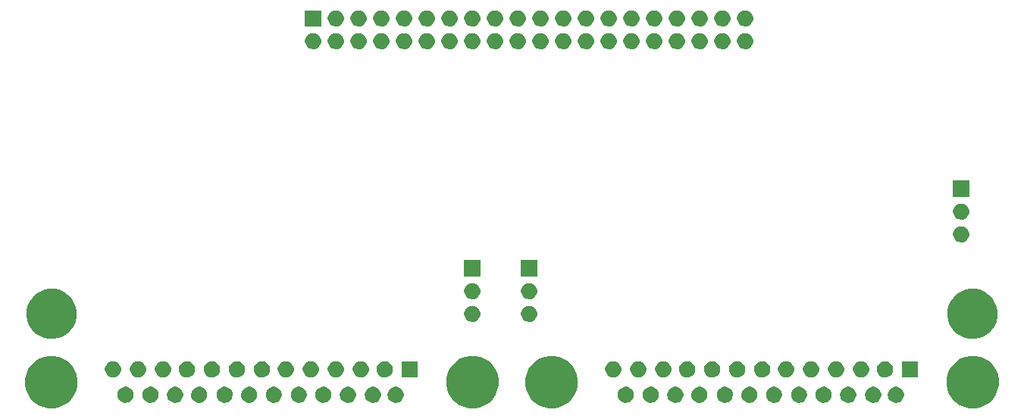
<source format=gbs>
G04 #@! TF.GenerationSoftware,KiCad,Pcbnew,no-vcs-found-7571~57~ubuntu17.04.1*
G04 #@! TF.CreationDate,2017-02-08T08:53:27+01:00*
G04 #@! TF.ProjectId,DE0-Nano_DB25,4445302D4E616E6F5F444232352E6B69,rev?*
G04 #@! TF.FileFunction,Soldermask,Bot*
G04 #@! TF.FilePolarity,Negative*
%FSLAX46Y46*%
G04 Gerber Fmt 4.6, Leading zero omitted, Abs format (unit mm)*
G04 Created by KiCad (PCBNEW no-vcs-found-7571~57~ubuntu17.04.1) date Wed Feb  8 08:53:27 2017*
%MOMM*%
%LPD*%
G01*
G04 APERTURE LIST*
%ADD10C,0.152400*%
G04 APERTURE END LIST*
D10*
G36*
X4094181Y8013142D02*
X4657529Y7897503D01*
X5187689Y7674645D01*
X5664462Y7353057D01*
X6069691Y6944989D01*
X6387942Y6465983D01*
X6607094Y5934278D01*
X6718725Y5370504D01*
X6718725Y5370493D01*
X6718795Y5370139D01*
X6709622Y4713275D01*
X6709542Y4712924D01*
X6709542Y4712911D01*
X6582215Y4152475D01*
X6348302Y3627100D01*
X6016800Y3157164D01*
X5600333Y2760569D01*
X5114766Y2452418D01*
X4578592Y2244450D01*
X4012235Y2144586D01*
X3437270Y2156630D01*
X2875591Y2280123D01*
X2348596Y2510362D01*
X1876362Y2838572D01*
X1476867Y3252261D01*
X1165332Y3735669D01*
X953628Y4270372D01*
X849812Y4836022D01*
X857842Y5411058D01*
X977410Y5973582D01*
X1203965Y6502175D01*
X1528872Y6976689D01*
X1939762Y7379062D01*
X2420978Y7693961D01*
X2954196Y7909396D01*
X3519101Y8017156D01*
X4094181Y8013142D01*
X4094181Y8013142D01*
G37*
G36*
X51134981Y8013142D02*
X51698329Y7897503D01*
X52228489Y7674645D01*
X52705262Y7353057D01*
X53110491Y6944989D01*
X53428742Y6465983D01*
X53647894Y5934278D01*
X53759525Y5370504D01*
X53759525Y5370493D01*
X53759595Y5370139D01*
X53750422Y4713275D01*
X53750342Y4712924D01*
X53750342Y4712911D01*
X53623015Y4152475D01*
X53389102Y3627100D01*
X53057600Y3157164D01*
X52641133Y2760569D01*
X52155566Y2452418D01*
X51619392Y2244450D01*
X51053035Y2144586D01*
X50478070Y2156630D01*
X49916391Y2280123D01*
X49389396Y2510362D01*
X48917162Y2838572D01*
X48517667Y3252261D01*
X48206132Y3735669D01*
X47994428Y4270372D01*
X47890612Y4836022D01*
X47898642Y5411058D01*
X48018210Y5973582D01*
X48244765Y6502175D01*
X48569672Y6976689D01*
X48980562Y7379062D01*
X49461778Y7693961D01*
X49994996Y7909396D01*
X50559901Y8017156D01*
X51134981Y8013142D01*
X51134981Y8013142D01*
G37*
G36*
X59974181Y8013142D02*
X60537529Y7897503D01*
X61067689Y7674645D01*
X61544462Y7353057D01*
X61949691Y6944989D01*
X62267942Y6465983D01*
X62487094Y5934278D01*
X62598725Y5370504D01*
X62598725Y5370493D01*
X62598795Y5370139D01*
X62589622Y4713275D01*
X62589542Y4712924D01*
X62589542Y4712911D01*
X62462215Y4152475D01*
X62228302Y3627100D01*
X61896800Y3157164D01*
X61480333Y2760569D01*
X60994766Y2452418D01*
X60458592Y2244450D01*
X59892235Y2144586D01*
X59317270Y2156630D01*
X58755591Y2280123D01*
X58228596Y2510362D01*
X57756362Y2838572D01*
X57356867Y3252261D01*
X57045332Y3735669D01*
X56833628Y4270372D01*
X56729812Y4836022D01*
X56737842Y5411058D01*
X56857410Y5973582D01*
X57083965Y6502175D01*
X57408872Y6976689D01*
X57819762Y7379062D01*
X58300978Y7693961D01*
X58834196Y7909396D01*
X59399101Y8017156D01*
X59974181Y8013142D01*
X59974181Y8013142D01*
G37*
G36*
X107014981Y8013142D02*
X107578329Y7897503D01*
X108108489Y7674645D01*
X108585262Y7353057D01*
X108990491Y6944989D01*
X109308742Y6465983D01*
X109527894Y5934278D01*
X109639525Y5370504D01*
X109639525Y5370493D01*
X109639595Y5370139D01*
X109630422Y4713275D01*
X109630342Y4712924D01*
X109630342Y4712911D01*
X109503015Y4152475D01*
X109269102Y3627100D01*
X108937600Y3157164D01*
X108521133Y2760569D01*
X108035566Y2452418D01*
X107499392Y2244450D01*
X106933035Y2144586D01*
X106358070Y2156630D01*
X105796391Y2280123D01*
X105269396Y2510362D01*
X104797162Y2838572D01*
X104397667Y3252261D01*
X104086132Y3735669D01*
X103874428Y4270372D01*
X103770612Y4836022D01*
X103778642Y5411058D01*
X103898210Y5973582D01*
X104124765Y6502175D01*
X104449672Y6976689D01*
X104860562Y7379062D01*
X105341778Y7693961D01*
X105874996Y7909396D01*
X106439901Y8017156D01*
X107014981Y8013142D01*
X107014981Y8013142D01*
G37*
G36*
X12161152Y4560095D02*
X12334143Y4524585D01*
X12496944Y4456150D01*
X12643346Y4357400D01*
X12767786Y4232088D01*
X12865511Y4085001D01*
X12932809Y3921724D01*
X12967038Y3748856D01*
X12967038Y3748841D01*
X12967107Y3748492D01*
X12964291Y3546784D01*
X12964211Y3546433D01*
X12964211Y3546421D01*
X12925169Y3374577D01*
X12853340Y3213246D01*
X12751543Y3068939D01*
X12623655Y2947154D01*
X12474550Y2852528D01*
X12309903Y2788666D01*
X12135988Y2758000D01*
X11959432Y2761698D01*
X11786952Y2799621D01*
X11625125Y2870321D01*
X11480112Y2971108D01*
X11357438Y3098140D01*
X11261771Y3246586D01*
X11196761Y3410783D01*
X11164883Y3584473D01*
X11167349Y3761056D01*
X11204065Y3933794D01*
X11273636Y4096115D01*
X11373406Y4241824D01*
X11499581Y4365385D01*
X11647351Y4462082D01*
X11811091Y4528238D01*
X11984557Y4561328D01*
X12161152Y4560095D01*
X12161152Y4560095D01*
G37*
G36*
X73578352Y4560095D02*
X73751343Y4524585D01*
X73914144Y4456150D01*
X74060546Y4357400D01*
X74184986Y4232088D01*
X74282711Y4085001D01*
X74350009Y3921724D01*
X74384238Y3748856D01*
X74384238Y3748841D01*
X74384307Y3748492D01*
X74381491Y3546784D01*
X74381411Y3546433D01*
X74381411Y3546421D01*
X74342369Y3374577D01*
X74270540Y3213246D01*
X74168743Y3068939D01*
X74040855Y2947154D01*
X73891750Y2852528D01*
X73727103Y2788666D01*
X73553188Y2758000D01*
X73376632Y2761698D01*
X73204152Y2799621D01*
X73042325Y2870321D01*
X72897312Y2971108D01*
X72774638Y3098140D01*
X72678971Y3246586D01*
X72613961Y3410783D01*
X72582083Y3584473D01*
X72584549Y3761056D01*
X72621265Y3933794D01*
X72690836Y4096115D01*
X72790606Y4241824D01*
X72916781Y4365385D01*
X73064551Y4462082D01*
X73228291Y4528238D01*
X73401757Y4561328D01*
X73578352Y4560095D01*
X73578352Y4560095D01*
G37*
G36*
X76270752Y4560095D02*
X76443743Y4524585D01*
X76606544Y4456150D01*
X76752946Y4357400D01*
X76877386Y4232088D01*
X76975111Y4085001D01*
X77042409Y3921724D01*
X77076638Y3748856D01*
X77076638Y3748841D01*
X77076707Y3748492D01*
X77073891Y3546784D01*
X77073811Y3546433D01*
X77073811Y3546421D01*
X77034769Y3374577D01*
X76962940Y3213246D01*
X76861143Y3068939D01*
X76733255Y2947154D01*
X76584150Y2852528D01*
X76419503Y2788666D01*
X76245588Y2758000D01*
X76069032Y2761698D01*
X75896552Y2799621D01*
X75734725Y2870321D01*
X75589712Y2971108D01*
X75467038Y3098140D01*
X75371371Y3246586D01*
X75306361Y3410783D01*
X75274483Y3584473D01*
X75276949Y3761056D01*
X75313665Y3933794D01*
X75383236Y4096115D01*
X75483006Y4241824D01*
X75609181Y4365385D01*
X75756951Y4462082D01*
X75920691Y4528238D01*
X76094157Y4561328D01*
X76270752Y4560095D01*
X76270752Y4560095D01*
G37*
G36*
X79115552Y4560095D02*
X79288543Y4524585D01*
X79451344Y4456150D01*
X79597746Y4357400D01*
X79722186Y4232088D01*
X79819911Y4085001D01*
X79887209Y3921724D01*
X79921438Y3748856D01*
X79921438Y3748841D01*
X79921507Y3748492D01*
X79918691Y3546784D01*
X79918611Y3546433D01*
X79918611Y3546421D01*
X79879569Y3374577D01*
X79807740Y3213246D01*
X79705943Y3068939D01*
X79578055Y2947154D01*
X79428950Y2852528D01*
X79264303Y2788666D01*
X79090388Y2758000D01*
X78913832Y2761698D01*
X78741352Y2799621D01*
X78579525Y2870321D01*
X78434512Y2971108D01*
X78311838Y3098140D01*
X78216171Y3246586D01*
X78151161Y3410783D01*
X78119283Y3584473D01*
X78121749Y3761056D01*
X78158465Y3933794D01*
X78228036Y4096115D01*
X78327806Y4241824D01*
X78453981Y4365385D01*
X78601751Y4462082D01*
X78765491Y4528238D01*
X78938957Y4561328D01*
X79115552Y4560095D01*
X79115552Y4560095D01*
G37*
G36*
X68041152Y4560095D02*
X68214143Y4524585D01*
X68376944Y4456150D01*
X68523346Y4357400D01*
X68647786Y4232088D01*
X68745511Y4085001D01*
X68812809Y3921724D01*
X68847038Y3748856D01*
X68847038Y3748841D01*
X68847107Y3748492D01*
X68844291Y3546784D01*
X68844211Y3546433D01*
X68844211Y3546421D01*
X68805169Y3374577D01*
X68733340Y3213246D01*
X68631543Y3068939D01*
X68503655Y2947154D01*
X68354550Y2852528D01*
X68189903Y2788666D01*
X68015988Y2758000D01*
X67839432Y2761698D01*
X67666952Y2799621D01*
X67505125Y2870321D01*
X67360112Y2971108D01*
X67237438Y3098140D01*
X67141771Y3246586D01*
X67076761Y3410783D01*
X67044883Y3584473D01*
X67047349Y3761056D01*
X67084065Y3933794D01*
X67153636Y4096115D01*
X67253406Y4241824D01*
X67379581Y4365385D01*
X67527351Y4462082D01*
X67691091Y4528238D01*
X67864557Y4561328D01*
X68041152Y4560095D01*
X68041152Y4560095D01*
G37*
G36*
X98216352Y4560095D02*
X98389343Y4524585D01*
X98552144Y4456150D01*
X98698546Y4357400D01*
X98822986Y4232088D01*
X98920711Y4085001D01*
X98988009Y3921724D01*
X99022238Y3748856D01*
X99022238Y3748841D01*
X99022307Y3748492D01*
X99019491Y3546784D01*
X99019411Y3546433D01*
X99019411Y3546421D01*
X98980369Y3374577D01*
X98908540Y3213246D01*
X98806743Y3068939D01*
X98678855Y2947154D01*
X98529750Y2852528D01*
X98365103Y2788666D01*
X98191188Y2758000D01*
X98014632Y2761698D01*
X97842152Y2799621D01*
X97680325Y2870321D01*
X97535312Y2971108D01*
X97412638Y3098140D01*
X97316971Y3246586D01*
X97251961Y3410783D01*
X97220083Y3584473D01*
X97222549Y3761056D01*
X97259265Y3933794D01*
X97328836Y4096115D01*
X97428606Y4241824D01*
X97554781Y4365385D01*
X97702551Y4462082D01*
X97866291Y4528238D01*
X98039757Y4561328D01*
X98216352Y4560095D01*
X98216352Y4560095D01*
G37*
G36*
X39796352Y4560095D02*
X39969343Y4524585D01*
X40132144Y4456150D01*
X40278546Y4357400D01*
X40402986Y4232088D01*
X40500711Y4085001D01*
X40568009Y3921724D01*
X40602238Y3748856D01*
X40602238Y3748841D01*
X40602307Y3748492D01*
X40599491Y3546784D01*
X40599411Y3546433D01*
X40599411Y3546421D01*
X40560369Y3374577D01*
X40488540Y3213246D01*
X40386743Y3068939D01*
X40258855Y2947154D01*
X40109750Y2852528D01*
X39945103Y2788666D01*
X39771188Y2758000D01*
X39594632Y2761698D01*
X39422152Y2799621D01*
X39260325Y2870321D01*
X39115312Y2971108D01*
X38992638Y3098140D01*
X38896971Y3246586D01*
X38831961Y3410783D01*
X38800083Y3584473D01*
X38802549Y3761056D01*
X38839265Y3933794D01*
X38908836Y4096115D01*
X39008606Y4241824D01*
X39134781Y4365385D01*
X39282551Y4462082D01*
X39446291Y4528238D01*
X39619757Y4561328D01*
X39796352Y4560095D01*
X39796352Y4560095D01*
G37*
G36*
X70835152Y4560095D02*
X71008143Y4524585D01*
X71170944Y4456150D01*
X71317346Y4357400D01*
X71441786Y4232088D01*
X71539511Y4085001D01*
X71606809Y3921724D01*
X71641038Y3748856D01*
X71641038Y3748841D01*
X71641107Y3748492D01*
X71638291Y3546784D01*
X71638211Y3546433D01*
X71638211Y3546421D01*
X71599169Y3374577D01*
X71527340Y3213246D01*
X71425543Y3068939D01*
X71297655Y2947154D01*
X71148550Y2852528D01*
X70983903Y2788666D01*
X70809988Y2758000D01*
X70633432Y2761698D01*
X70460952Y2799621D01*
X70299125Y2870321D01*
X70154112Y2971108D01*
X70031438Y3098140D01*
X69935771Y3246586D01*
X69870761Y3410783D01*
X69838883Y3584473D01*
X69841349Y3761056D01*
X69878065Y3933794D01*
X69947636Y4096115D01*
X70047406Y4241824D01*
X70173581Y4365385D01*
X70321351Y4462082D01*
X70485091Y4528238D01*
X70658557Y4561328D01*
X70835152Y4560095D01*
X70835152Y4560095D01*
G37*
G36*
X81858752Y4560095D02*
X82031743Y4524585D01*
X82194544Y4456150D01*
X82340946Y4357400D01*
X82465386Y4232088D01*
X82563111Y4085001D01*
X82630409Y3921724D01*
X82664638Y3748856D01*
X82664638Y3748841D01*
X82664707Y3748492D01*
X82661891Y3546784D01*
X82661811Y3546433D01*
X82661811Y3546421D01*
X82622769Y3374577D01*
X82550940Y3213246D01*
X82449143Y3068939D01*
X82321255Y2947154D01*
X82172150Y2852528D01*
X82007503Y2788666D01*
X81833588Y2758000D01*
X81657032Y2761698D01*
X81484552Y2799621D01*
X81322725Y2870321D01*
X81177712Y2971108D01*
X81055038Y3098140D01*
X80959371Y3246586D01*
X80894361Y3410783D01*
X80862483Y3584473D01*
X80864949Y3761056D01*
X80901665Y3933794D01*
X80971236Y4096115D01*
X81071006Y4241824D01*
X81197181Y4365385D01*
X81344951Y4462082D01*
X81508691Y4528238D01*
X81682157Y4561328D01*
X81858752Y4560095D01*
X81858752Y4560095D01*
G37*
G36*
X84601952Y4560095D02*
X84774943Y4524585D01*
X84937744Y4456150D01*
X85084146Y4357400D01*
X85208586Y4232088D01*
X85306311Y4085001D01*
X85373609Y3921724D01*
X85407838Y3748856D01*
X85407838Y3748841D01*
X85407907Y3748492D01*
X85405091Y3546784D01*
X85405011Y3546433D01*
X85405011Y3546421D01*
X85365969Y3374577D01*
X85294140Y3213246D01*
X85192343Y3068939D01*
X85064455Y2947154D01*
X84915350Y2852528D01*
X84750703Y2788666D01*
X84576788Y2758000D01*
X84400232Y2761698D01*
X84227752Y2799621D01*
X84065925Y2870321D01*
X83920912Y2971108D01*
X83798238Y3098140D01*
X83702571Y3246586D01*
X83637561Y3410783D01*
X83605683Y3584473D01*
X83608149Y3761056D01*
X83644865Y3933794D01*
X83714436Y4096115D01*
X83814206Y4241824D01*
X83940381Y4365385D01*
X84088151Y4462082D01*
X84251891Y4528238D01*
X84425357Y4561328D01*
X84601952Y4560095D01*
X84601952Y4560095D01*
G37*
G36*
X87395952Y4560095D02*
X87568943Y4524585D01*
X87731744Y4456150D01*
X87878146Y4357400D01*
X88002586Y4232088D01*
X88100311Y4085001D01*
X88167609Y3921724D01*
X88201838Y3748856D01*
X88201838Y3748841D01*
X88201907Y3748492D01*
X88199091Y3546784D01*
X88199011Y3546433D01*
X88199011Y3546421D01*
X88159969Y3374577D01*
X88088140Y3213246D01*
X87986343Y3068939D01*
X87858455Y2947154D01*
X87709350Y2852528D01*
X87544703Y2788666D01*
X87370788Y2758000D01*
X87194232Y2761698D01*
X87021752Y2799621D01*
X86859925Y2870321D01*
X86714912Y2971108D01*
X86592238Y3098140D01*
X86496571Y3246586D01*
X86431561Y3410783D01*
X86399683Y3584473D01*
X86402149Y3761056D01*
X86438865Y3933794D01*
X86508436Y4096115D01*
X86608206Y4241824D01*
X86734381Y4365385D01*
X86882151Y4462082D01*
X87045891Y4528238D01*
X87219357Y4561328D01*
X87395952Y4560095D01*
X87395952Y4560095D01*
G37*
G36*
X90139152Y4560095D02*
X90312143Y4524585D01*
X90474944Y4456150D01*
X90621346Y4357400D01*
X90745786Y4232088D01*
X90843511Y4085001D01*
X90910809Y3921724D01*
X90945038Y3748856D01*
X90945038Y3748841D01*
X90945107Y3748492D01*
X90942291Y3546784D01*
X90942211Y3546433D01*
X90942211Y3546421D01*
X90903169Y3374577D01*
X90831340Y3213246D01*
X90729543Y3068939D01*
X90601655Y2947154D01*
X90452550Y2852528D01*
X90287903Y2788666D01*
X90113988Y2758000D01*
X89937432Y2761698D01*
X89764952Y2799621D01*
X89603125Y2870321D01*
X89458112Y2971108D01*
X89335438Y3098140D01*
X89239771Y3246586D01*
X89174761Y3410783D01*
X89142883Y3584473D01*
X89145349Y3761056D01*
X89182065Y3933794D01*
X89251636Y4096115D01*
X89351406Y4241824D01*
X89477581Y4365385D01*
X89625351Y4462082D01*
X89789091Y4528238D01*
X89962557Y4561328D01*
X90139152Y4560095D01*
X90139152Y4560095D01*
G37*
G36*
X95676352Y4560095D02*
X95849343Y4524585D01*
X96012144Y4456150D01*
X96158546Y4357400D01*
X96282986Y4232088D01*
X96380711Y4085001D01*
X96448009Y3921724D01*
X96482238Y3748856D01*
X96482238Y3748841D01*
X96482307Y3748492D01*
X96479491Y3546784D01*
X96479411Y3546433D01*
X96479411Y3546421D01*
X96440369Y3374577D01*
X96368540Y3213246D01*
X96266743Y3068939D01*
X96138855Y2947154D01*
X95989750Y2852528D01*
X95825103Y2788666D01*
X95651188Y2758000D01*
X95474632Y2761698D01*
X95302152Y2799621D01*
X95140325Y2870321D01*
X94995312Y2971108D01*
X94872638Y3098140D01*
X94776971Y3246586D01*
X94711961Y3410783D01*
X94680083Y3584473D01*
X94682549Y3761056D01*
X94719265Y3933794D01*
X94788836Y4096115D01*
X94888606Y4241824D01*
X95014781Y4365385D01*
X95162551Y4462082D01*
X95326291Y4528238D01*
X95499757Y4561328D01*
X95676352Y4560095D01*
X95676352Y4560095D01*
G37*
G36*
X92882352Y4560095D02*
X93055343Y4524585D01*
X93218144Y4456150D01*
X93364546Y4357400D01*
X93488986Y4232088D01*
X93586711Y4085001D01*
X93654009Y3921724D01*
X93688238Y3748856D01*
X93688238Y3748841D01*
X93688307Y3748492D01*
X93685491Y3546784D01*
X93685411Y3546433D01*
X93685411Y3546421D01*
X93646369Y3374577D01*
X93574540Y3213246D01*
X93472743Y3068939D01*
X93344855Y2947154D01*
X93195750Y2852528D01*
X93031103Y2788666D01*
X92857188Y2758000D01*
X92680632Y2761698D01*
X92508152Y2799621D01*
X92346325Y2870321D01*
X92201312Y2971108D01*
X92078638Y3098140D01*
X91982971Y3246586D01*
X91917961Y3410783D01*
X91886083Y3584473D01*
X91888549Y3761056D01*
X91925265Y3933794D01*
X91994836Y4096115D01*
X92094606Y4241824D01*
X92220781Y4365385D01*
X92368551Y4462082D01*
X92532291Y4528238D01*
X92705757Y4561328D01*
X92882352Y4560095D01*
X92882352Y4560095D01*
G37*
G36*
X14955152Y4560095D02*
X15128143Y4524585D01*
X15290944Y4456150D01*
X15437346Y4357400D01*
X15561786Y4232088D01*
X15659511Y4085001D01*
X15726809Y3921724D01*
X15761038Y3748856D01*
X15761038Y3748841D01*
X15761107Y3748492D01*
X15758291Y3546784D01*
X15758211Y3546433D01*
X15758211Y3546421D01*
X15719169Y3374577D01*
X15647340Y3213246D01*
X15545543Y3068939D01*
X15417655Y2947154D01*
X15268550Y2852528D01*
X15103903Y2788666D01*
X14929988Y2758000D01*
X14753432Y2761698D01*
X14580952Y2799621D01*
X14419125Y2870321D01*
X14274112Y2971108D01*
X14151438Y3098140D01*
X14055771Y3246586D01*
X13990761Y3410783D01*
X13958883Y3584473D01*
X13961349Y3761056D01*
X13998065Y3933794D01*
X14067636Y4096115D01*
X14167406Y4241824D01*
X14293581Y4365385D01*
X14441351Y4462082D01*
X14605091Y4528238D01*
X14778557Y4561328D01*
X14955152Y4560095D01*
X14955152Y4560095D01*
G37*
G36*
X17698352Y4560095D02*
X17871343Y4524585D01*
X18034144Y4456150D01*
X18180546Y4357400D01*
X18304986Y4232088D01*
X18402711Y4085001D01*
X18470009Y3921724D01*
X18504238Y3748856D01*
X18504238Y3748841D01*
X18504307Y3748492D01*
X18501491Y3546784D01*
X18501411Y3546433D01*
X18501411Y3546421D01*
X18462369Y3374577D01*
X18390540Y3213246D01*
X18288743Y3068939D01*
X18160855Y2947154D01*
X18011750Y2852528D01*
X17847103Y2788666D01*
X17673188Y2758000D01*
X17496632Y2761698D01*
X17324152Y2799621D01*
X17162325Y2870321D01*
X17017312Y2971108D01*
X16894638Y3098140D01*
X16798971Y3246586D01*
X16733961Y3410783D01*
X16702083Y3584473D01*
X16704549Y3761056D01*
X16741265Y3933794D01*
X16810836Y4096115D01*
X16910606Y4241824D01*
X17036781Y4365385D01*
X17184551Y4462082D01*
X17348291Y4528238D01*
X17521757Y4561328D01*
X17698352Y4560095D01*
X17698352Y4560095D01*
G37*
G36*
X20390752Y4560095D02*
X20563743Y4524585D01*
X20726544Y4456150D01*
X20872946Y4357400D01*
X20997386Y4232088D01*
X21095111Y4085001D01*
X21162409Y3921724D01*
X21196638Y3748856D01*
X21196638Y3748841D01*
X21196707Y3748492D01*
X21193891Y3546784D01*
X21193811Y3546433D01*
X21193811Y3546421D01*
X21154769Y3374577D01*
X21082940Y3213246D01*
X20981143Y3068939D01*
X20853255Y2947154D01*
X20704150Y2852528D01*
X20539503Y2788666D01*
X20365588Y2758000D01*
X20189032Y2761698D01*
X20016552Y2799621D01*
X19854725Y2870321D01*
X19709712Y2971108D01*
X19587038Y3098140D01*
X19491371Y3246586D01*
X19426361Y3410783D01*
X19394483Y3584473D01*
X19396949Y3761056D01*
X19433665Y3933794D01*
X19503236Y4096115D01*
X19603006Y4241824D01*
X19729181Y4365385D01*
X19876951Y4462082D01*
X20040691Y4528238D01*
X20214157Y4561328D01*
X20390752Y4560095D01*
X20390752Y4560095D01*
G37*
G36*
X23235552Y4560095D02*
X23408543Y4524585D01*
X23571344Y4456150D01*
X23717746Y4357400D01*
X23842186Y4232088D01*
X23939911Y4085001D01*
X24007209Y3921724D01*
X24041438Y3748856D01*
X24041438Y3748841D01*
X24041507Y3748492D01*
X24038691Y3546784D01*
X24038611Y3546433D01*
X24038611Y3546421D01*
X23999569Y3374577D01*
X23927740Y3213246D01*
X23825943Y3068939D01*
X23698055Y2947154D01*
X23548950Y2852528D01*
X23384303Y2788666D01*
X23210388Y2758000D01*
X23033832Y2761698D01*
X22861352Y2799621D01*
X22699525Y2870321D01*
X22554512Y2971108D01*
X22431838Y3098140D01*
X22336171Y3246586D01*
X22271161Y3410783D01*
X22239283Y3584473D01*
X22241749Y3761056D01*
X22278465Y3933794D01*
X22348036Y4096115D01*
X22447806Y4241824D01*
X22573981Y4365385D01*
X22721751Y4462082D01*
X22885491Y4528238D01*
X23058957Y4561328D01*
X23235552Y4560095D01*
X23235552Y4560095D01*
G37*
G36*
X25978752Y4560095D02*
X26151743Y4524585D01*
X26314544Y4456150D01*
X26460946Y4357400D01*
X26585386Y4232088D01*
X26683111Y4085001D01*
X26750409Y3921724D01*
X26784638Y3748856D01*
X26784638Y3748841D01*
X26784707Y3748492D01*
X26781891Y3546784D01*
X26781811Y3546433D01*
X26781811Y3546421D01*
X26742769Y3374577D01*
X26670940Y3213246D01*
X26569143Y3068939D01*
X26441255Y2947154D01*
X26292150Y2852528D01*
X26127503Y2788666D01*
X25953588Y2758000D01*
X25777032Y2761698D01*
X25604552Y2799621D01*
X25442725Y2870321D01*
X25297712Y2971108D01*
X25175038Y3098140D01*
X25079371Y3246586D01*
X25014361Y3410783D01*
X24982483Y3584473D01*
X24984949Y3761056D01*
X25021665Y3933794D01*
X25091236Y4096115D01*
X25191006Y4241824D01*
X25317181Y4365385D01*
X25464951Y4462082D01*
X25628691Y4528238D01*
X25802157Y4561328D01*
X25978752Y4560095D01*
X25978752Y4560095D01*
G37*
G36*
X28721952Y4560095D02*
X28894943Y4524585D01*
X29057744Y4456150D01*
X29204146Y4357400D01*
X29328586Y4232088D01*
X29426311Y4085001D01*
X29493609Y3921724D01*
X29527838Y3748856D01*
X29527838Y3748841D01*
X29527907Y3748492D01*
X29525091Y3546784D01*
X29525011Y3546433D01*
X29525011Y3546421D01*
X29485969Y3374577D01*
X29414140Y3213246D01*
X29312343Y3068939D01*
X29184455Y2947154D01*
X29035350Y2852528D01*
X28870703Y2788666D01*
X28696788Y2758000D01*
X28520232Y2761698D01*
X28347752Y2799621D01*
X28185925Y2870321D01*
X28040912Y2971108D01*
X27918238Y3098140D01*
X27822571Y3246586D01*
X27757561Y3410783D01*
X27725683Y3584473D01*
X27728149Y3761056D01*
X27764865Y3933794D01*
X27834436Y4096115D01*
X27934206Y4241824D01*
X28060381Y4365385D01*
X28208151Y4462082D01*
X28371891Y4528238D01*
X28545357Y4561328D01*
X28721952Y4560095D01*
X28721952Y4560095D01*
G37*
G36*
X31515952Y4560095D02*
X31688943Y4524585D01*
X31851744Y4456150D01*
X31998146Y4357400D01*
X32122586Y4232088D01*
X32220311Y4085001D01*
X32287609Y3921724D01*
X32321838Y3748856D01*
X32321838Y3748841D01*
X32321907Y3748492D01*
X32319091Y3546784D01*
X32319011Y3546433D01*
X32319011Y3546421D01*
X32279969Y3374577D01*
X32208140Y3213246D01*
X32106343Y3068939D01*
X31978455Y2947154D01*
X31829350Y2852528D01*
X31664703Y2788666D01*
X31490788Y2758000D01*
X31314232Y2761698D01*
X31141752Y2799621D01*
X30979925Y2870321D01*
X30834912Y2971108D01*
X30712238Y3098140D01*
X30616571Y3246586D01*
X30551561Y3410783D01*
X30519683Y3584473D01*
X30522149Y3761056D01*
X30558865Y3933794D01*
X30628436Y4096115D01*
X30728206Y4241824D01*
X30854381Y4365385D01*
X31002151Y4462082D01*
X31165891Y4528238D01*
X31339357Y4561328D01*
X31515952Y4560095D01*
X31515952Y4560095D01*
G37*
G36*
X34259152Y4560095D02*
X34432143Y4524585D01*
X34594944Y4456150D01*
X34741346Y4357400D01*
X34865786Y4232088D01*
X34963511Y4085001D01*
X35030809Y3921724D01*
X35065038Y3748856D01*
X35065038Y3748841D01*
X35065107Y3748492D01*
X35062291Y3546784D01*
X35062211Y3546433D01*
X35062211Y3546421D01*
X35023169Y3374577D01*
X34951340Y3213246D01*
X34849543Y3068939D01*
X34721655Y2947154D01*
X34572550Y2852528D01*
X34407903Y2788666D01*
X34233988Y2758000D01*
X34057432Y2761698D01*
X33884952Y2799621D01*
X33723125Y2870321D01*
X33578112Y2971108D01*
X33455438Y3098140D01*
X33359771Y3246586D01*
X33294761Y3410783D01*
X33262883Y3584473D01*
X33265349Y3761056D01*
X33302065Y3933794D01*
X33371636Y4096115D01*
X33471406Y4241824D01*
X33597581Y4365385D01*
X33745351Y4462082D01*
X33909091Y4528238D01*
X34082557Y4561328D01*
X34259152Y4560095D01*
X34259152Y4560095D01*
G37*
G36*
X37002352Y4560095D02*
X37175343Y4524585D01*
X37338144Y4456150D01*
X37484546Y4357400D01*
X37608986Y4232088D01*
X37706711Y4085001D01*
X37774009Y3921724D01*
X37808238Y3748856D01*
X37808238Y3748841D01*
X37808307Y3748492D01*
X37805491Y3546784D01*
X37805411Y3546433D01*
X37805411Y3546421D01*
X37766369Y3374577D01*
X37694540Y3213246D01*
X37592743Y3068939D01*
X37464855Y2947154D01*
X37315750Y2852528D01*
X37151103Y2788666D01*
X36977188Y2758000D01*
X36800632Y2761698D01*
X36628152Y2799621D01*
X36466325Y2870321D01*
X36321312Y2971108D01*
X36198638Y3098140D01*
X36102971Y3246586D01*
X36037961Y3410783D01*
X36006083Y3584473D01*
X36008549Y3761056D01*
X36045265Y3933794D01*
X36114836Y4096115D01*
X36214606Y4241824D01*
X36340781Y4365385D01*
X36488551Y4462082D01*
X36652291Y4528238D01*
X36825757Y4561328D01*
X37002352Y4560095D01*
X37002352Y4560095D01*
G37*
G36*
X42336352Y4560095D02*
X42509343Y4524585D01*
X42672144Y4456150D01*
X42818546Y4357400D01*
X42942986Y4232088D01*
X43040711Y4085001D01*
X43108009Y3921724D01*
X43142238Y3748856D01*
X43142238Y3748841D01*
X43142307Y3748492D01*
X43139491Y3546784D01*
X43139411Y3546433D01*
X43139411Y3546421D01*
X43100369Y3374577D01*
X43028540Y3213246D01*
X42926743Y3068939D01*
X42798855Y2947154D01*
X42649750Y2852528D01*
X42485103Y2788666D01*
X42311188Y2758000D01*
X42134632Y2761698D01*
X41962152Y2799621D01*
X41800325Y2870321D01*
X41655312Y2971108D01*
X41532638Y3098140D01*
X41436971Y3246586D01*
X41371961Y3410783D01*
X41340083Y3584473D01*
X41342549Y3761056D01*
X41379265Y3933794D01*
X41448836Y4096115D01*
X41548606Y4241824D01*
X41674781Y4365385D01*
X41822551Y4462082D01*
X41986291Y4528238D01*
X42159757Y4561328D01*
X42336352Y4560095D01*
X42336352Y4560095D01*
G37*
G36*
X96997152Y7404895D02*
X97170143Y7369385D01*
X97332944Y7300950D01*
X97479346Y7202200D01*
X97603786Y7076888D01*
X97701511Y6929801D01*
X97768809Y6766524D01*
X97803038Y6593656D01*
X97803038Y6593641D01*
X97803107Y6593292D01*
X97800291Y6391584D01*
X97800211Y6391233D01*
X97800211Y6391221D01*
X97761169Y6219377D01*
X97689340Y6058046D01*
X97587543Y5913739D01*
X97459655Y5791954D01*
X97310550Y5697328D01*
X97145903Y5633466D01*
X96971988Y5602800D01*
X96795432Y5606498D01*
X96622952Y5644421D01*
X96461125Y5715121D01*
X96316112Y5815908D01*
X96193438Y5942940D01*
X96097771Y6091386D01*
X96032761Y6255583D01*
X96000883Y6429273D01*
X96003349Y6605856D01*
X96040065Y6778594D01*
X96109636Y6940915D01*
X96209406Y7086624D01*
X96335581Y7210185D01*
X96483351Y7306882D01*
X96647091Y7373038D01*
X96820557Y7406128D01*
X96997152Y7404895D01*
X96997152Y7404895D01*
G37*
G36*
X94330152Y7404895D02*
X94503143Y7369385D01*
X94665944Y7300950D01*
X94812346Y7202200D01*
X94936786Y7076888D01*
X95034511Y6929801D01*
X95101809Y6766524D01*
X95136038Y6593656D01*
X95136038Y6593641D01*
X95136107Y6593292D01*
X95133291Y6391584D01*
X95133211Y6391233D01*
X95133211Y6391221D01*
X95094169Y6219377D01*
X95022340Y6058046D01*
X94920543Y5913739D01*
X94792655Y5791954D01*
X94643550Y5697328D01*
X94478903Y5633466D01*
X94304988Y5602800D01*
X94128432Y5606498D01*
X93955952Y5644421D01*
X93794125Y5715121D01*
X93649112Y5815908D01*
X93526438Y5942940D01*
X93430771Y6091386D01*
X93365761Y6255583D01*
X93333883Y6429273D01*
X93336349Y6605856D01*
X93373065Y6778594D01*
X93442636Y6940915D01*
X93542406Y7086624D01*
X93668581Y7210185D01*
X93816351Y7306882D01*
X93980091Y7373038D01*
X94153557Y7406128D01*
X94330152Y7404895D01*
X94330152Y7404895D01*
G37*
G36*
X91536152Y7404895D02*
X91709143Y7369385D01*
X91871944Y7300950D01*
X92018346Y7202200D01*
X92142786Y7076888D01*
X92240511Y6929801D01*
X92307809Y6766524D01*
X92342038Y6593656D01*
X92342038Y6593641D01*
X92342107Y6593292D01*
X92339291Y6391584D01*
X92339211Y6391233D01*
X92339211Y6391221D01*
X92300169Y6219377D01*
X92228340Y6058046D01*
X92126543Y5913739D01*
X91998655Y5791954D01*
X91849550Y5697328D01*
X91684903Y5633466D01*
X91510988Y5602800D01*
X91334432Y5606498D01*
X91161952Y5644421D01*
X91000125Y5715121D01*
X90855112Y5815908D01*
X90732438Y5942940D01*
X90636771Y6091386D01*
X90571761Y6255583D01*
X90539883Y6429273D01*
X90542349Y6605856D01*
X90579065Y6778594D01*
X90648636Y6940915D01*
X90748406Y7086624D01*
X90874581Y7210185D01*
X91022351Y7306882D01*
X91186091Y7373038D01*
X91359557Y7406128D01*
X91536152Y7404895D01*
X91536152Y7404895D01*
G37*
G36*
X88742152Y7404895D02*
X88915143Y7369385D01*
X89077944Y7300950D01*
X89224346Y7202200D01*
X89348786Y7076888D01*
X89446511Y6929801D01*
X89513809Y6766524D01*
X89548038Y6593656D01*
X89548038Y6593641D01*
X89548107Y6593292D01*
X89545291Y6391584D01*
X89545211Y6391233D01*
X89545211Y6391221D01*
X89506169Y6219377D01*
X89434340Y6058046D01*
X89332543Y5913739D01*
X89204655Y5791954D01*
X89055550Y5697328D01*
X88890903Y5633466D01*
X88716988Y5602800D01*
X88540432Y5606498D01*
X88367952Y5644421D01*
X88206125Y5715121D01*
X88061112Y5815908D01*
X87938438Y5942940D01*
X87842771Y6091386D01*
X87777761Y6255583D01*
X87745883Y6429273D01*
X87748349Y6605856D01*
X87785065Y6778594D01*
X87854636Y6940915D01*
X87954406Y7086624D01*
X88080581Y7210185D01*
X88228351Y7306882D01*
X88392091Y7373038D01*
X88565557Y7406128D01*
X88742152Y7404895D01*
X88742152Y7404895D01*
G37*
G36*
X85948152Y7404895D02*
X86121143Y7369385D01*
X86283944Y7300950D01*
X86430346Y7202200D01*
X86554786Y7076888D01*
X86652511Y6929801D01*
X86719809Y6766524D01*
X86754038Y6593656D01*
X86754038Y6593641D01*
X86754107Y6593292D01*
X86751291Y6391584D01*
X86751211Y6391233D01*
X86751211Y6391221D01*
X86712169Y6219377D01*
X86640340Y6058046D01*
X86538543Y5913739D01*
X86410655Y5791954D01*
X86261550Y5697328D01*
X86096903Y5633466D01*
X85922988Y5602800D01*
X85746432Y5606498D01*
X85573952Y5644421D01*
X85412125Y5715121D01*
X85267112Y5815908D01*
X85144438Y5942940D01*
X85048771Y6091386D01*
X84983761Y6255583D01*
X84951883Y6429273D01*
X84954349Y6605856D01*
X84991065Y6778594D01*
X85060636Y6940915D01*
X85160406Y7086624D01*
X85286581Y7210185D01*
X85434351Y7306882D01*
X85598091Y7373038D01*
X85771557Y7406128D01*
X85948152Y7404895D01*
X85948152Y7404895D01*
G37*
G36*
X83281152Y7404895D02*
X83454143Y7369385D01*
X83616944Y7300950D01*
X83763346Y7202200D01*
X83887786Y7076888D01*
X83985511Y6929801D01*
X84052809Y6766524D01*
X84087038Y6593656D01*
X84087038Y6593641D01*
X84087107Y6593292D01*
X84084291Y6391584D01*
X84084211Y6391233D01*
X84084211Y6391221D01*
X84045169Y6219377D01*
X83973340Y6058046D01*
X83871543Y5913739D01*
X83743655Y5791954D01*
X83594550Y5697328D01*
X83429903Y5633466D01*
X83255988Y5602800D01*
X83079432Y5606498D01*
X82906952Y5644421D01*
X82745125Y5715121D01*
X82600112Y5815908D01*
X82477438Y5942940D01*
X82381771Y6091386D01*
X82316761Y6255583D01*
X82284883Y6429273D01*
X82287349Y6605856D01*
X82324065Y6778594D01*
X82393636Y6940915D01*
X82493406Y7086624D01*
X82619581Y7210185D01*
X82767351Y7306882D01*
X82931091Y7373038D01*
X83104557Y7406128D01*
X83281152Y7404895D01*
X83281152Y7404895D01*
G37*
G36*
X80487152Y7404895D02*
X80660143Y7369385D01*
X80822944Y7300950D01*
X80969346Y7202200D01*
X81093786Y7076888D01*
X81191511Y6929801D01*
X81258809Y6766524D01*
X81293038Y6593656D01*
X81293038Y6593641D01*
X81293107Y6593292D01*
X81290291Y6391584D01*
X81290211Y6391233D01*
X81290211Y6391221D01*
X81251169Y6219377D01*
X81179340Y6058046D01*
X81077543Y5913739D01*
X80949655Y5791954D01*
X80800550Y5697328D01*
X80635903Y5633466D01*
X80461988Y5602800D01*
X80285432Y5606498D01*
X80112952Y5644421D01*
X79951125Y5715121D01*
X79806112Y5815908D01*
X79683438Y5942940D01*
X79587771Y6091386D01*
X79522761Y6255583D01*
X79490883Y6429273D01*
X79493349Y6605856D01*
X79530065Y6778594D01*
X79599636Y6940915D01*
X79699406Y7086624D01*
X79825581Y7210185D01*
X79973351Y7306882D01*
X80137091Y7373038D01*
X80310557Y7406128D01*
X80487152Y7404895D01*
X80487152Y7404895D01*
G37*
G36*
X77693152Y7404895D02*
X77866143Y7369385D01*
X78028944Y7300950D01*
X78175346Y7202200D01*
X78299786Y7076888D01*
X78397511Y6929801D01*
X78464809Y6766524D01*
X78499038Y6593656D01*
X78499038Y6593641D01*
X78499107Y6593292D01*
X78496291Y6391584D01*
X78496211Y6391233D01*
X78496211Y6391221D01*
X78457169Y6219377D01*
X78385340Y6058046D01*
X78283543Y5913739D01*
X78155655Y5791954D01*
X78006550Y5697328D01*
X77841903Y5633466D01*
X77667988Y5602800D01*
X77491432Y5606498D01*
X77318952Y5644421D01*
X77157125Y5715121D01*
X77012112Y5815908D01*
X76889438Y5942940D01*
X76793771Y6091386D01*
X76728761Y6255583D01*
X76696883Y6429273D01*
X76699349Y6605856D01*
X76736065Y6778594D01*
X76805636Y6940915D01*
X76905406Y7086624D01*
X77031581Y7210185D01*
X77179351Y7306882D01*
X77343091Y7373038D01*
X77516557Y7406128D01*
X77693152Y7404895D01*
X77693152Y7404895D01*
G37*
G36*
X74899152Y7404895D02*
X75072143Y7369385D01*
X75234944Y7300950D01*
X75381346Y7202200D01*
X75505786Y7076888D01*
X75603511Y6929801D01*
X75670809Y6766524D01*
X75705038Y6593656D01*
X75705038Y6593641D01*
X75705107Y6593292D01*
X75702291Y6391584D01*
X75702211Y6391233D01*
X75702211Y6391221D01*
X75663169Y6219377D01*
X75591340Y6058046D01*
X75489543Y5913739D01*
X75361655Y5791954D01*
X75212550Y5697328D01*
X75047903Y5633466D01*
X74873988Y5602800D01*
X74697432Y5606498D01*
X74524952Y5644421D01*
X74363125Y5715121D01*
X74218112Y5815908D01*
X74095438Y5942940D01*
X73999771Y6091386D01*
X73934761Y6255583D01*
X73902883Y6429273D01*
X73905349Y6605856D01*
X73942065Y6778594D01*
X74011636Y6940915D01*
X74111406Y7086624D01*
X74237581Y7210185D01*
X74385351Y7306882D01*
X74549091Y7373038D01*
X74722557Y7406128D01*
X74899152Y7404895D01*
X74899152Y7404895D01*
G37*
G36*
X72232152Y7404895D02*
X72405143Y7369385D01*
X72567944Y7300950D01*
X72714346Y7202200D01*
X72838786Y7076888D01*
X72936511Y6929801D01*
X73003809Y6766524D01*
X73038038Y6593656D01*
X73038038Y6593641D01*
X73038107Y6593292D01*
X73035291Y6391584D01*
X73035211Y6391233D01*
X73035211Y6391221D01*
X72996169Y6219377D01*
X72924340Y6058046D01*
X72822543Y5913739D01*
X72694655Y5791954D01*
X72545550Y5697328D01*
X72380903Y5633466D01*
X72206988Y5602800D01*
X72030432Y5606498D01*
X71857952Y5644421D01*
X71696125Y5715121D01*
X71551112Y5815908D01*
X71428438Y5942940D01*
X71332771Y6091386D01*
X71267761Y6255583D01*
X71235883Y6429273D01*
X71238349Y6605856D01*
X71275065Y6778594D01*
X71344636Y6940915D01*
X71444406Y7086624D01*
X71570581Y7210185D01*
X71718351Y7306882D01*
X71882091Y7373038D01*
X72055557Y7406128D01*
X72232152Y7404895D01*
X72232152Y7404895D01*
G37*
G36*
X69438152Y7404895D02*
X69611143Y7369385D01*
X69773944Y7300950D01*
X69920346Y7202200D01*
X70044786Y7076888D01*
X70142511Y6929801D01*
X70209809Y6766524D01*
X70244038Y6593656D01*
X70244038Y6593641D01*
X70244107Y6593292D01*
X70241291Y6391584D01*
X70241211Y6391233D01*
X70241211Y6391221D01*
X70202169Y6219377D01*
X70130340Y6058046D01*
X70028543Y5913739D01*
X69900655Y5791954D01*
X69751550Y5697328D01*
X69586903Y5633466D01*
X69412988Y5602800D01*
X69236432Y5606498D01*
X69063952Y5644421D01*
X68902125Y5715121D01*
X68757112Y5815908D01*
X68634438Y5942940D01*
X68538771Y6091386D01*
X68473761Y6255583D01*
X68441883Y6429273D01*
X68444349Y6605856D01*
X68481065Y6778594D01*
X68550636Y6940915D01*
X68650406Y7086624D01*
X68776581Y7210185D01*
X68924351Y7306882D01*
X69088091Y7373038D01*
X69261557Y7406128D01*
X69438152Y7404895D01*
X69438152Y7404895D01*
G37*
G36*
X66644152Y7404895D02*
X66817143Y7369385D01*
X66979944Y7300950D01*
X67126346Y7202200D01*
X67250786Y7076888D01*
X67348511Y6929801D01*
X67415809Y6766524D01*
X67450038Y6593656D01*
X67450038Y6593641D01*
X67450107Y6593292D01*
X67447291Y6391584D01*
X67447211Y6391233D01*
X67447211Y6391221D01*
X67408169Y6219377D01*
X67336340Y6058046D01*
X67234543Y5913739D01*
X67106655Y5791954D01*
X66957550Y5697328D01*
X66792903Y5633466D01*
X66618988Y5602800D01*
X66442432Y5606498D01*
X66269952Y5644421D01*
X66108125Y5715121D01*
X65963112Y5815908D01*
X65840438Y5942940D01*
X65744771Y6091386D01*
X65679761Y6255583D01*
X65647883Y6429273D01*
X65650349Y6605856D01*
X65687065Y6778594D01*
X65756636Y6940915D01*
X65856406Y7086624D01*
X65982581Y7210185D01*
X66130351Y7306882D01*
X66294091Y7373038D01*
X66467557Y7406128D01*
X66644152Y7404895D01*
X66644152Y7404895D01*
G37*
G36*
X10764152Y7404895D02*
X10937143Y7369385D01*
X11099944Y7300950D01*
X11246346Y7202200D01*
X11370786Y7076888D01*
X11468511Y6929801D01*
X11535809Y6766524D01*
X11570038Y6593656D01*
X11570038Y6593641D01*
X11570107Y6593292D01*
X11567291Y6391584D01*
X11567211Y6391233D01*
X11567211Y6391221D01*
X11528169Y6219377D01*
X11456340Y6058046D01*
X11354543Y5913739D01*
X11226655Y5791954D01*
X11077550Y5697328D01*
X10912903Y5633466D01*
X10738988Y5602800D01*
X10562432Y5606498D01*
X10389952Y5644421D01*
X10228125Y5715121D01*
X10083112Y5815908D01*
X9960438Y5942940D01*
X9864771Y6091386D01*
X9799761Y6255583D01*
X9767883Y6429273D01*
X9770349Y6605856D01*
X9807065Y6778594D01*
X9876636Y6940915D01*
X9976406Y7086624D01*
X10102581Y7210185D01*
X10250351Y7306882D01*
X10414091Y7373038D01*
X10587557Y7406128D01*
X10764152Y7404895D01*
X10764152Y7404895D01*
G37*
G36*
X41117152Y7404895D02*
X41290143Y7369385D01*
X41452944Y7300950D01*
X41599346Y7202200D01*
X41723786Y7076888D01*
X41821511Y6929801D01*
X41888809Y6766524D01*
X41923038Y6593656D01*
X41923038Y6593641D01*
X41923107Y6593292D01*
X41920291Y6391584D01*
X41920211Y6391233D01*
X41920211Y6391221D01*
X41881169Y6219377D01*
X41809340Y6058046D01*
X41707543Y5913739D01*
X41579655Y5791954D01*
X41430550Y5697328D01*
X41265903Y5633466D01*
X41091988Y5602800D01*
X40915432Y5606498D01*
X40742952Y5644421D01*
X40581125Y5715121D01*
X40436112Y5815908D01*
X40313438Y5942940D01*
X40217771Y6091386D01*
X40152761Y6255583D01*
X40120883Y6429273D01*
X40123349Y6605856D01*
X40160065Y6778594D01*
X40229636Y6940915D01*
X40329406Y7086624D01*
X40455581Y7210185D01*
X40603351Y7306882D01*
X40767091Y7373038D01*
X40940557Y7406128D01*
X41117152Y7404895D01*
X41117152Y7404895D01*
G37*
G36*
X38450152Y7404895D02*
X38623143Y7369385D01*
X38785944Y7300950D01*
X38932346Y7202200D01*
X39056786Y7076888D01*
X39154511Y6929801D01*
X39221809Y6766524D01*
X39256038Y6593656D01*
X39256038Y6593641D01*
X39256107Y6593292D01*
X39253291Y6391584D01*
X39253211Y6391233D01*
X39253211Y6391221D01*
X39214169Y6219377D01*
X39142340Y6058046D01*
X39040543Y5913739D01*
X38912655Y5791954D01*
X38763550Y5697328D01*
X38598903Y5633466D01*
X38424988Y5602800D01*
X38248432Y5606498D01*
X38075952Y5644421D01*
X37914125Y5715121D01*
X37769112Y5815908D01*
X37646438Y5942940D01*
X37550771Y6091386D01*
X37485761Y6255583D01*
X37453883Y6429273D01*
X37456349Y6605856D01*
X37493065Y6778594D01*
X37562636Y6940915D01*
X37662406Y7086624D01*
X37788581Y7210185D01*
X37936351Y7306882D01*
X38100091Y7373038D01*
X38273557Y7406128D01*
X38450152Y7404895D01*
X38450152Y7404895D01*
G37*
G36*
X35656152Y7404895D02*
X35829143Y7369385D01*
X35991944Y7300950D01*
X36138346Y7202200D01*
X36262786Y7076888D01*
X36360511Y6929801D01*
X36427809Y6766524D01*
X36462038Y6593656D01*
X36462038Y6593641D01*
X36462107Y6593292D01*
X36459291Y6391584D01*
X36459211Y6391233D01*
X36459211Y6391221D01*
X36420169Y6219377D01*
X36348340Y6058046D01*
X36246543Y5913739D01*
X36118655Y5791954D01*
X35969550Y5697328D01*
X35804903Y5633466D01*
X35630988Y5602800D01*
X35454432Y5606498D01*
X35281952Y5644421D01*
X35120125Y5715121D01*
X34975112Y5815908D01*
X34852438Y5942940D01*
X34756771Y6091386D01*
X34691761Y6255583D01*
X34659883Y6429273D01*
X34662349Y6605856D01*
X34699065Y6778594D01*
X34768636Y6940915D01*
X34868406Y7086624D01*
X34994581Y7210185D01*
X35142351Y7306882D01*
X35306091Y7373038D01*
X35479557Y7406128D01*
X35656152Y7404895D01*
X35656152Y7404895D01*
G37*
G36*
X32862152Y7404895D02*
X33035143Y7369385D01*
X33197944Y7300950D01*
X33344346Y7202200D01*
X33468786Y7076888D01*
X33566511Y6929801D01*
X33633809Y6766524D01*
X33668038Y6593656D01*
X33668038Y6593641D01*
X33668107Y6593292D01*
X33665291Y6391584D01*
X33665211Y6391233D01*
X33665211Y6391221D01*
X33626169Y6219377D01*
X33554340Y6058046D01*
X33452543Y5913739D01*
X33324655Y5791954D01*
X33175550Y5697328D01*
X33010903Y5633466D01*
X32836988Y5602800D01*
X32660432Y5606498D01*
X32487952Y5644421D01*
X32326125Y5715121D01*
X32181112Y5815908D01*
X32058438Y5942940D01*
X31962771Y6091386D01*
X31897761Y6255583D01*
X31865883Y6429273D01*
X31868349Y6605856D01*
X31905065Y6778594D01*
X31974636Y6940915D01*
X32074406Y7086624D01*
X32200581Y7210185D01*
X32348351Y7306882D01*
X32512091Y7373038D01*
X32685557Y7406128D01*
X32862152Y7404895D01*
X32862152Y7404895D01*
G37*
G36*
X30068152Y7404895D02*
X30241143Y7369385D01*
X30403944Y7300950D01*
X30550346Y7202200D01*
X30674786Y7076888D01*
X30772511Y6929801D01*
X30839809Y6766524D01*
X30874038Y6593656D01*
X30874038Y6593641D01*
X30874107Y6593292D01*
X30871291Y6391584D01*
X30871211Y6391233D01*
X30871211Y6391221D01*
X30832169Y6219377D01*
X30760340Y6058046D01*
X30658543Y5913739D01*
X30530655Y5791954D01*
X30381550Y5697328D01*
X30216903Y5633466D01*
X30042988Y5602800D01*
X29866432Y5606498D01*
X29693952Y5644421D01*
X29532125Y5715121D01*
X29387112Y5815908D01*
X29264438Y5942940D01*
X29168771Y6091386D01*
X29103761Y6255583D01*
X29071883Y6429273D01*
X29074349Y6605856D01*
X29111065Y6778594D01*
X29180636Y6940915D01*
X29280406Y7086624D01*
X29406581Y7210185D01*
X29554351Y7306882D01*
X29718091Y7373038D01*
X29891557Y7406128D01*
X30068152Y7404895D01*
X30068152Y7404895D01*
G37*
G36*
X27401152Y7404895D02*
X27574143Y7369385D01*
X27736944Y7300950D01*
X27883346Y7202200D01*
X28007786Y7076888D01*
X28105511Y6929801D01*
X28172809Y6766524D01*
X28207038Y6593656D01*
X28207038Y6593641D01*
X28207107Y6593292D01*
X28204291Y6391584D01*
X28204211Y6391233D01*
X28204211Y6391221D01*
X28165169Y6219377D01*
X28093340Y6058046D01*
X27991543Y5913739D01*
X27863655Y5791954D01*
X27714550Y5697328D01*
X27549903Y5633466D01*
X27375988Y5602800D01*
X27199432Y5606498D01*
X27026952Y5644421D01*
X26865125Y5715121D01*
X26720112Y5815908D01*
X26597438Y5942940D01*
X26501771Y6091386D01*
X26436761Y6255583D01*
X26404883Y6429273D01*
X26407349Y6605856D01*
X26444065Y6778594D01*
X26513636Y6940915D01*
X26613406Y7086624D01*
X26739581Y7210185D01*
X26887351Y7306882D01*
X27051091Y7373038D01*
X27224557Y7406128D01*
X27401152Y7404895D01*
X27401152Y7404895D01*
G37*
G36*
X24607152Y7404895D02*
X24780143Y7369385D01*
X24942944Y7300950D01*
X25089346Y7202200D01*
X25213786Y7076888D01*
X25311511Y6929801D01*
X25378809Y6766524D01*
X25413038Y6593656D01*
X25413038Y6593641D01*
X25413107Y6593292D01*
X25410291Y6391584D01*
X25410211Y6391233D01*
X25410211Y6391221D01*
X25371169Y6219377D01*
X25299340Y6058046D01*
X25197543Y5913739D01*
X25069655Y5791954D01*
X24920550Y5697328D01*
X24755903Y5633466D01*
X24581988Y5602800D01*
X24405432Y5606498D01*
X24232952Y5644421D01*
X24071125Y5715121D01*
X23926112Y5815908D01*
X23803438Y5942940D01*
X23707771Y6091386D01*
X23642761Y6255583D01*
X23610883Y6429273D01*
X23613349Y6605856D01*
X23650065Y6778594D01*
X23719636Y6940915D01*
X23819406Y7086624D01*
X23945581Y7210185D01*
X24093351Y7306882D01*
X24257091Y7373038D01*
X24430557Y7406128D01*
X24607152Y7404895D01*
X24607152Y7404895D01*
G37*
G36*
X21813152Y7404895D02*
X21986143Y7369385D01*
X22148944Y7300950D01*
X22295346Y7202200D01*
X22419786Y7076888D01*
X22517511Y6929801D01*
X22584809Y6766524D01*
X22619038Y6593656D01*
X22619038Y6593641D01*
X22619107Y6593292D01*
X22616291Y6391584D01*
X22616211Y6391233D01*
X22616211Y6391221D01*
X22577169Y6219377D01*
X22505340Y6058046D01*
X22403543Y5913739D01*
X22275655Y5791954D01*
X22126550Y5697328D01*
X21961903Y5633466D01*
X21787988Y5602800D01*
X21611432Y5606498D01*
X21438952Y5644421D01*
X21277125Y5715121D01*
X21132112Y5815908D01*
X21009438Y5942940D01*
X20913771Y6091386D01*
X20848761Y6255583D01*
X20816883Y6429273D01*
X20819349Y6605856D01*
X20856065Y6778594D01*
X20925636Y6940915D01*
X21025406Y7086624D01*
X21151581Y7210185D01*
X21299351Y7306882D01*
X21463091Y7373038D01*
X21636557Y7406128D01*
X21813152Y7404895D01*
X21813152Y7404895D01*
G37*
G36*
X19019152Y7404895D02*
X19192143Y7369385D01*
X19354944Y7300950D01*
X19501346Y7202200D01*
X19625786Y7076888D01*
X19723511Y6929801D01*
X19790809Y6766524D01*
X19825038Y6593656D01*
X19825038Y6593641D01*
X19825107Y6593292D01*
X19822291Y6391584D01*
X19822211Y6391233D01*
X19822211Y6391221D01*
X19783169Y6219377D01*
X19711340Y6058046D01*
X19609543Y5913739D01*
X19481655Y5791954D01*
X19332550Y5697328D01*
X19167903Y5633466D01*
X18993988Y5602800D01*
X18817432Y5606498D01*
X18644952Y5644421D01*
X18483125Y5715121D01*
X18338112Y5815908D01*
X18215438Y5942940D01*
X18119771Y6091386D01*
X18054761Y6255583D01*
X18022883Y6429273D01*
X18025349Y6605856D01*
X18062065Y6778594D01*
X18131636Y6940915D01*
X18231406Y7086624D01*
X18357581Y7210185D01*
X18505351Y7306882D01*
X18669091Y7373038D01*
X18842557Y7406128D01*
X19019152Y7404895D01*
X19019152Y7404895D01*
G37*
G36*
X16352152Y7404895D02*
X16525143Y7369385D01*
X16687944Y7300950D01*
X16834346Y7202200D01*
X16958786Y7076888D01*
X17056511Y6929801D01*
X17123809Y6766524D01*
X17158038Y6593656D01*
X17158038Y6593641D01*
X17158107Y6593292D01*
X17155291Y6391584D01*
X17155211Y6391233D01*
X17155211Y6391221D01*
X17116169Y6219377D01*
X17044340Y6058046D01*
X16942543Y5913739D01*
X16814655Y5791954D01*
X16665550Y5697328D01*
X16500903Y5633466D01*
X16326988Y5602800D01*
X16150432Y5606498D01*
X15977952Y5644421D01*
X15816125Y5715121D01*
X15671112Y5815908D01*
X15548438Y5942940D01*
X15452771Y6091386D01*
X15387761Y6255583D01*
X15355883Y6429273D01*
X15358349Y6605856D01*
X15395065Y6778594D01*
X15464636Y6940915D01*
X15564406Y7086624D01*
X15690581Y7210185D01*
X15838351Y7306882D01*
X16002091Y7373038D01*
X16175557Y7406128D01*
X16352152Y7404895D01*
X16352152Y7404895D01*
G37*
G36*
X13558152Y7404895D02*
X13731143Y7369385D01*
X13893944Y7300950D01*
X14040346Y7202200D01*
X14164786Y7076888D01*
X14262511Y6929801D01*
X14329809Y6766524D01*
X14364038Y6593656D01*
X14364038Y6593641D01*
X14364107Y6593292D01*
X14361291Y6391584D01*
X14361211Y6391233D01*
X14361211Y6391221D01*
X14322169Y6219377D01*
X14250340Y6058046D01*
X14148543Y5913739D01*
X14020655Y5791954D01*
X13871550Y5697328D01*
X13706903Y5633466D01*
X13532988Y5602800D01*
X13356432Y5606498D01*
X13183952Y5644421D01*
X13022125Y5715121D01*
X12877112Y5815908D01*
X12754438Y5942940D01*
X12658771Y6091386D01*
X12593761Y6255583D01*
X12561883Y6429273D01*
X12564349Y6605856D01*
X12601065Y6778594D01*
X12670636Y6940915D01*
X12770406Y7086624D01*
X12896581Y7210185D01*
X13044351Y7306882D01*
X13208091Y7373038D01*
X13381557Y7406128D01*
X13558152Y7404895D01*
X13558152Y7404895D01*
G37*
G36*
X100597069Y5604493D02*
X98796069Y5604493D01*
X98796069Y7405493D01*
X100597069Y7405493D01*
X100597069Y5604493D01*
X100597069Y5604493D01*
G37*
G36*
X44717069Y5604493D02*
X42916069Y5604493D01*
X42916069Y7405493D01*
X44717069Y7405493D01*
X44717069Y5604493D01*
X44717069Y5604493D01*
G37*
G36*
X4106242Y15506227D02*
X4645193Y15395596D01*
X5152392Y15182389D01*
X5608518Y14874728D01*
X5996197Y14484333D01*
X6300666Y14026072D01*
X6510327Y13517394D01*
X6617120Y12978051D01*
X6617120Y12978041D01*
X6617190Y12977687D01*
X6608415Y12349269D01*
X6608335Y12348918D01*
X6608335Y12348905D01*
X6486525Y11812756D01*
X6262743Y11310133D01*
X5945596Y10860550D01*
X5547165Y10481130D01*
X5082628Y10186324D01*
X4569674Y9987363D01*
X4027845Y9891824D01*
X3477780Y9903346D01*
X2940426Y10021491D01*
X2436253Y10241759D01*
X1984471Y10555755D01*
X1602277Y10951528D01*
X1304233Y11414002D01*
X1101700Y11925546D01*
X1002379Y12466701D01*
X1010060Y13016833D01*
X1124450Y13554996D01*
X1341194Y14060696D01*
X1652030Y14514660D01*
X2045125Y14899607D01*
X2505501Y15200869D01*
X3015627Y15406973D01*
X3556068Y15510068D01*
X4106242Y15506227D01*
X4106242Y15506227D01*
G37*
G36*
X106976242Y15506227D02*
X107515193Y15395596D01*
X108022392Y15182389D01*
X108478518Y14874728D01*
X108866197Y14484333D01*
X109170666Y14026072D01*
X109380327Y13517394D01*
X109487120Y12978051D01*
X109487120Y12978041D01*
X109487190Y12977687D01*
X109478415Y12349269D01*
X109478335Y12348918D01*
X109478335Y12348905D01*
X109356525Y11812756D01*
X109132743Y11310133D01*
X108815596Y10860550D01*
X108417165Y10481130D01*
X107952628Y10186324D01*
X107439674Y9987363D01*
X106897845Y9891824D01*
X106347780Y9903346D01*
X105810426Y10021491D01*
X105306253Y10241759D01*
X104854471Y10555755D01*
X104472277Y10951528D01*
X104174233Y11414002D01*
X103971700Y11925546D01*
X103872379Y12466701D01*
X103880060Y13016833D01*
X103994450Y13554996D01*
X104211194Y14060696D01*
X104522030Y14514660D01*
X104915125Y14899607D01*
X105375501Y15200869D01*
X105885627Y15406973D01*
X106426068Y15510068D01*
X106976242Y15506227D01*
X106976242Y15506227D01*
G37*
G36*
X57246152Y13602495D02*
X57419143Y13566985D01*
X57581944Y13498550D01*
X57728346Y13399800D01*
X57852786Y13274488D01*
X57950511Y13127401D01*
X58017809Y12964124D01*
X58052038Y12791256D01*
X58052038Y12791241D01*
X58052107Y12790892D01*
X58049291Y12589184D01*
X58049211Y12588833D01*
X58049211Y12588821D01*
X58010169Y12416977D01*
X57938340Y12255646D01*
X57836543Y12111339D01*
X57708655Y11989554D01*
X57559550Y11894928D01*
X57394903Y11831066D01*
X57220988Y11800400D01*
X57044432Y11804098D01*
X56871952Y11842021D01*
X56710125Y11912721D01*
X56565112Y12013508D01*
X56442438Y12140540D01*
X56346771Y12288986D01*
X56281761Y12453183D01*
X56249883Y12626873D01*
X56252349Y12803456D01*
X56289065Y12976194D01*
X56358636Y13138515D01*
X56458406Y13284224D01*
X56584581Y13407785D01*
X56732351Y13504482D01*
X56896091Y13570638D01*
X57069557Y13603728D01*
X57246152Y13602495D01*
X57246152Y13602495D01*
G37*
G36*
X50896152Y13602495D02*
X51069143Y13566985D01*
X51231944Y13498550D01*
X51378346Y13399800D01*
X51502786Y13274488D01*
X51600511Y13127401D01*
X51667809Y12964124D01*
X51702038Y12791256D01*
X51702038Y12791241D01*
X51702107Y12790892D01*
X51699291Y12589184D01*
X51699211Y12588833D01*
X51699211Y12588821D01*
X51660169Y12416977D01*
X51588340Y12255646D01*
X51486543Y12111339D01*
X51358655Y11989554D01*
X51209550Y11894928D01*
X51044903Y11831066D01*
X50870988Y11800400D01*
X50694432Y11804098D01*
X50521952Y11842021D01*
X50360125Y11912721D01*
X50215112Y12013508D01*
X50092438Y12140540D01*
X49996771Y12288986D01*
X49931761Y12453183D01*
X49899883Y12626873D01*
X49902349Y12803456D01*
X49939065Y12976194D01*
X50008636Y13138515D01*
X50108406Y13284224D01*
X50234581Y13407785D01*
X50382351Y13504482D01*
X50546091Y13570638D01*
X50719557Y13603728D01*
X50896152Y13602495D01*
X50896152Y13602495D01*
G37*
G36*
X50896152Y16142495D02*
X51069143Y16106985D01*
X51231944Y16038550D01*
X51378346Y15939800D01*
X51502786Y15814488D01*
X51600511Y15667401D01*
X51667809Y15504124D01*
X51702038Y15331256D01*
X51702038Y15331241D01*
X51702107Y15330892D01*
X51699291Y15129184D01*
X51699211Y15128833D01*
X51699211Y15128821D01*
X51660169Y14956977D01*
X51588340Y14795646D01*
X51486543Y14651339D01*
X51358655Y14529554D01*
X51209550Y14434928D01*
X51044903Y14371066D01*
X50870988Y14340400D01*
X50694432Y14344098D01*
X50521952Y14382021D01*
X50360125Y14452721D01*
X50215112Y14553508D01*
X50092438Y14680540D01*
X49996771Y14828986D01*
X49931761Y14993183D01*
X49899883Y15166873D01*
X49902349Y15343456D01*
X49939065Y15516194D01*
X50008636Y15678515D01*
X50108406Y15824224D01*
X50234581Y15947785D01*
X50382351Y16044482D01*
X50546091Y16110638D01*
X50719557Y16143728D01*
X50896152Y16142495D01*
X50896152Y16142495D01*
G37*
G36*
X57246152Y16142495D02*
X57419143Y16106985D01*
X57581944Y16038550D01*
X57728346Y15939800D01*
X57852786Y15814488D01*
X57950511Y15667401D01*
X58017809Y15504124D01*
X58052038Y15331256D01*
X58052038Y15331241D01*
X58052107Y15330892D01*
X58049291Y15129184D01*
X58049211Y15128833D01*
X58049211Y15128821D01*
X58010169Y14956977D01*
X57938340Y14795646D01*
X57836543Y14651339D01*
X57708655Y14529554D01*
X57559550Y14434928D01*
X57394903Y14371066D01*
X57220988Y14340400D01*
X57044432Y14344098D01*
X56871952Y14382021D01*
X56710125Y14452721D01*
X56565112Y14553508D01*
X56442438Y14680540D01*
X56346771Y14828986D01*
X56281761Y14993183D01*
X56249883Y15166873D01*
X56252349Y15343456D01*
X56289065Y15516194D01*
X56358636Y15678515D01*
X56458406Y15824224D01*
X56584581Y15947785D01*
X56732351Y16044482D01*
X56896091Y16110638D01*
X57069557Y16143728D01*
X57246152Y16142495D01*
X57246152Y16142495D01*
G37*
G36*
X51702069Y16869393D02*
X49901069Y16869393D01*
X49901069Y18695793D01*
X51702069Y18695793D01*
X51702069Y16869393D01*
X51702069Y16869393D01*
G37*
G36*
X58052069Y16869393D02*
X56251069Y16869393D01*
X56251069Y18695793D01*
X58052069Y18695793D01*
X58052069Y16869393D01*
X58052069Y16869393D01*
G37*
G36*
X105506152Y22492495D02*
X105679143Y22456985D01*
X105841944Y22388550D01*
X105988346Y22289800D01*
X106112786Y22164488D01*
X106210511Y22017401D01*
X106277809Y21854124D01*
X106312038Y21681256D01*
X106312038Y21681241D01*
X106312107Y21680892D01*
X106309291Y21479184D01*
X106309211Y21478833D01*
X106309211Y21478821D01*
X106270169Y21306977D01*
X106198340Y21145646D01*
X106096543Y21001339D01*
X105968655Y20879554D01*
X105819550Y20784928D01*
X105654903Y20721066D01*
X105480988Y20690400D01*
X105304432Y20694098D01*
X105131952Y20732021D01*
X104970125Y20802721D01*
X104825112Y20903508D01*
X104702438Y21030540D01*
X104606771Y21178986D01*
X104541761Y21343183D01*
X104509883Y21516873D01*
X104512349Y21693456D01*
X104549065Y21866194D01*
X104618636Y22028515D01*
X104718406Y22174224D01*
X104844581Y22297785D01*
X104992351Y22394482D01*
X105156091Y22460638D01*
X105329557Y22493728D01*
X105506152Y22492495D01*
X105506152Y22492495D01*
G37*
G36*
X105506152Y25032495D02*
X105679143Y24996985D01*
X105841944Y24928550D01*
X105988346Y24829800D01*
X106112786Y24704488D01*
X106210511Y24557401D01*
X106277809Y24394124D01*
X106312038Y24221256D01*
X106312038Y24221241D01*
X106312107Y24220892D01*
X106309291Y24019184D01*
X106309211Y24018833D01*
X106309211Y24018821D01*
X106270169Y23846977D01*
X106198340Y23685646D01*
X106096543Y23541339D01*
X105968655Y23419554D01*
X105819550Y23324928D01*
X105654903Y23261066D01*
X105480988Y23230400D01*
X105304432Y23234098D01*
X105131952Y23272021D01*
X104970125Y23342721D01*
X104825112Y23443508D01*
X104702438Y23570540D01*
X104606771Y23718986D01*
X104541761Y23883183D01*
X104509883Y24056873D01*
X104512349Y24233456D01*
X104549065Y24406194D01*
X104618636Y24568515D01*
X104718406Y24714224D01*
X104844581Y24837785D01*
X104992351Y24934482D01*
X105156091Y25000638D01*
X105329557Y25033728D01*
X105506152Y25032495D01*
X105506152Y25032495D01*
G37*
G36*
X106312069Y25759393D02*
X104511069Y25759393D01*
X104511069Y27585793D01*
X106312069Y27585793D01*
X106312069Y25759393D01*
X106312069Y25759393D01*
G37*
G36*
X58516152Y44082495D02*
X58689143Y44046985D01*
X58851944Y43978550D01*
X58998346Y43879800D01*
X59122786Y43754488D01*
X59220511Y43607401D01*
X59287809Y43444124D01*
X59322038Y43271256D01*
X59322038Y43271241D01*
X59322107Y43270892D01*
X59319291Y43069184D01*
X59319211Y43068833D01*
X59319211Y43068821D01*
X59280169Y42896977D01*
X59208340Y42735646D01*
X59106543Y42591339D01*
X58978655Y42469554D01*
X58829550Y42374928D01*
X58664903Y42311066D01*
X58490988Y42280400D01*
X58314432Y42284098D01*
X58141952Y42322021D01*
X57980125Y42392721D01*
X57835112Y42493508D01*
X57712438Y42620540D01*
X57616771Y42768986D01*
X57551761Y42933183D01*
X57519883Y43106873D01*
X57522349Y43283456D01*
X57559065Y43456194D01*
X57628636Y43618515D01*
X57728406Y43764224D01*
X57854581Y43887785D01*
X58002351Y43984482D01*
X58166091Y44050638D01*
X58339557Y44083728D01*
X58516152Y44082495D01*
X58516152Y44082495D01*
G37*
G36*
X81376152Y44082495D02*
X81549143Y44046985D01*
X81711944Y43978550D01*
X81858346Y43879800D01*
X81982786Y43754488D01*
X82080511Y43607401D01*
X82147809Y43444124D01*
X82182038Y43271256D01*
X82182038Y43271241D01*
X82182107Y43270892D01*
X82179291Y43069184D01*
X82179211Y43068833D01*
X82179211Y43068821D01*
X82140169Y42896977D01*
X82068340Y42735646D01*
X81966543Y42591339D01*
X81838655Y42469554D01*
X81689550Y42374928D01*
X81524903Y42311066D01*
X81350988Y42280400D01*
X81174432Y42284098D01*
X81001952Y42322021D01*
X80840125Y42392721D01*
X80695112Y42493508D01*
X80572438Y42620540D01*
X80476771Y42768986D01*
X80411761Y42933183D01*
X80379883Y43106873D01*
X80382349Y43283456D01*
X80419065Y43456194D01*
X80488636Y43618515D01*
X80588406Y43764224D01*
X80714581Y43887785D01*
X80862351Y43984482D01*
X81026091Y44050638D01*
X81199557Y44083728D01*
X81376152Y44082495D01*
X81376152Y44082495D01*
G37*
G36*
X78836152Y44082495D02*
X79009143Y44046985D01*
X79171944Y43978550D01*
X79318346Y43879800D01*
X79442786Y43754488D01*
X79540511Y43607401D01*
X79607809Y43444124D01*
X79642038Y43271256D01*
X79642038Y43271241D01*
X79642107Y43270892D01*
X79639291Y43069184D01*
X79639211Y43068833D01*
X79639211Y43068821D01*
X79600169Y42896977D01*
X79528340Y42735646D01*
X79426543Y42591339D01*
X79298655Y42469554D01*
X79149550Y42374928D01*
X78984903Y42311066D01*
X78810988Y42280400D01*
X78634432Y42284098D01*
X78461952Y42322021D01*
X78300125Y42392721D01*
X78155112Y42493508D01*
X78032438Y42620540D01*
X77936771Y42768986D01*
X77871761Y42933183D01*
X77839883Y43106873D01*
X77842349Y43283456D01*
X77879065Y43456194D01*
X77948636Y43618515D01*
X78048406Y43764224D01*
X78174581Y43887785D01*
X78322351Y43984482D01*
X78486091Y44050638D01*
X78659557Y44083728D01*
X78836152Y44082495D01*
X78836152Y44082495D01*
G37*
G36*
X76296152Y44082495D02*
X76469143Y44046985D01*
X76631944Y43978550D01*
X76778346Y43879800D01*
X76902786Y43754488D01*
X77000511Y43607401D01*
X77067809Y43444124D01*
X77102038Y43271256D01*
X77102038Y43271241D01*
X77102107Y43270892D01*
X77099291Y43069184D01*
X77099211Y43068833D01*
X77099211Y43068821D01*
X77060169Y42896977D01*
X76988340Y42735646D01*
X76886543Y42591339D01*
X76758655Y42469554D01*
X76609550Y42374928D01*
X76444903Y42311066D01*
X76270988Y42280400D01*
X76094432Y42284098D01*
X75921952Y42322021D01*
X75760125Y42392721D01*
X75615112Y42493508D01*
X75492438Y42620540D01*
X75396771Y42768986D01*
X75331761Y42933183D01*
X75299883Y43106873D01*
X75302349Y43283456D01*
X75339065Y43456194D01*
X75408636Y43618515D01*
X75508406Y43764224D01*
X75634581Y43887785D01*
X75782351Y43984482D01*
X75946091Y44050638D01*
X76119557Y44083728D01*
X76296152Y44082495D01*
X76296152Y44082495D01*
G37*
G36*
X73756152Y44082495D02*
X73929143Y44046985D01*
X74091944Y43978550D01*
X74238346Y43879800D01*
X74362786Y43754488D01*
X74460511Y43607401D01*
X74527809Y43444124D01*
X74562038Y43271256D01*
X74562038Y43271241D01*
X74562107Y43270892D01*
X74559291Y43069184D01*
X74559211Y43068833D01*
X74559211Y43068821D01*
X74520169Y42896977D01*
X74448340Y42735646D01*
X74346543Y42591339D01*
X74218655Y42469554D01*
X74069550Y42374928D01*
X73904903Y42311066D01*
X73730988Y42280400D01*
X73554432Y42284098D01*
X73381952Y42322021D01*
X73220125Y42392721D01*
X73075112Y42493508D01*
X72952438Y42620540D01*
X72856771Y42768986D01*
X72791761Y42933183D01*
X72759883Y43106873D01*
X72762349Y43283456D01*
X72799065Y43456194D01*
X72868636Y43618515D01*
X72968406Y43764224D01*
X73094581Y43887785D01*
X73242351Y43984482D01*
X73406091Y44050638D01*
X73579557Y44083728D01*
X73756152Y44082495D01*
X73756152Y44082495D01*
G37*
G36*
X71216152Y44082495D02*
X71389143Y44046985D01*
X71551944Y43978550D01*
X71698346Y43879800D01*
X71822786Y43754488D01*
X71920511Y43607401D01*
X71987809Y43444124D01*
X72022038Y43271256D01*
X72022038Y43271241D01*
X72022107Y43270892D01*
X72019291Y43069184D01*
X72019211Y43068833D01*
X72019211Y43068821D01*
X71980169Y42896977D01*
X71908340Y42735646D01*
X71806543Y42591339D01*
X71678655Y42469554D01*
X71529550Y42374928D01*
X71364903Y42311066D01*
X71190988Y42280400D01*
X71014432Y42284098D01*
X70841952Y42322021D01*
X70680125Y42392721D01*
X70535112Y42493508D01*
X70412438Y42620540D01*
X70316771Y42768986D01*
X70251761Y42933183D01*
X70219883Y43106873D01*
X70222349Y43283456D01*
X70259065Y43456194D01*
X70328636Y43618515D01*
X70428406Y43764224D01*
X70554581Y43887785D01*
X70702351Y43984482D01*
X70866091Y44050638D01*
X71039557Y44083728D01*
X71216152Y44082495D01*
X71216152Y44082495D01*
G37*
G36*
X68676152Y44082495D02*
X68849143Y44046985D01*
X69011944Y43978550D01*
X69158346Y43879800D01*
X69282786Y43754488D01*
X69380511Y43607401D01*
X69447809Y43444124D01*
X69482038Y43271256D01*
X69482038Y43271241D01*
X69482107Y43270892D01*
X69479291Y43069184D01*
X69479211Y43068833D01*
X69479211Y43068821D01*
X69440169Y42896977D01*
X69368340Y42735646D01*
X69266543Y42591339D01*
X69138655Y42469554D01*
X68989550Y42374928D01*
X68824903Y42311066D01*
X68650988Y42280400D01*
X68474432Y42284098D01*
X68301952Y42322021D01*
X68140125Y42392721D01*
X67995112Y42493508D01*
X67872438Y42620540D01*
X67776771Y42768986D01*
X67711761Y42933183D01*
X67679883Y43106873D01*
X67682349Y43283456D01*
X67719065Y43456194D01*
X67788636Y43618515D01*
X67888406Y43764224D01*
X68014581Y43887785D01*
X68162351Y43984482D01*
X68326091Y44050638D01*
X68499557Y44083728D01*
X68676152Y44082495D01*
X68676152Y44082495D01*
G37*
G36*
X66136152Y44082495D02*
X66309143Y44046985D01*
X66471944Y43978550D01*
X66618346Y43879800D01*
X66742786Y43754488D01*
X66840511Y43607401D01*
X66907809Y43444124D01*
X66942038Y43271256D01*
X66942038Y43271241D01*
X66942107Y43270892D01*
X66939291Y43069184D01*
X66939211Y43068833D01*
X66939211Y43068821D01*
X66900169Y42896977D01*
X66828340Y42735646D01*
X66726543Y42591339D01*
X66598655Y42469554D01*
X66449550Y42374928D01*
X66284903Y42311066D01*
X66110988Y42280400D01*
X65934432Y42284098D01*
X65761952Y42322021D01*
X65600125Y42392721D01*
X65455112Y42493508D01*
X65332438Y42620540D01*
X65236771Y42768986D01*
X65171761Y42933183D01*
X65139883Y43106873D01*
X65142349Y43283456D01*
X65179065Y43456194D01*
X65248636Y43618515D01*
X65348406Y43764224D01*
X65474581Y43887785D01*
X65622351Y43984482D01*
X65786091Y44050638D01*
X65959557Y44083728D01*
X66136152Y44082495D01*
X66136152Y44082495D01*
G37*
G36*
X61056152Y44082495D02*
X61229143Y44046985D01*
X61391944Y43978550D01*
X61538346Y43879800D01*
X61662786Y43754488D01*
X61760511Y43607401D01*
X61827809Y43444124D01*
X61862038Y43271256D01*
X61862038Y43271241D01*
X61862107Y43270892D01*
X61859291Y43069184D01*
X61859211Y43068833D01*
X61859211Y43068821D01*
X61820169Y42896977D01*
X61748340Y42735646D01*
X61646543Y42591339D01*
X61518655Y42469554D01*
X61369550Y42374928D01*
X61204903Y42311066D01*
X61030988Y42280400D01*
X60854432Y42284098D01*
X60681952Y42322021D01*
X60520125Y42392721D01*
X60375112Y42493508D01*
X60252438Y42620540D01*
X60156771Y42768986D01*
X60091761Y42933183D01*
X60059883Y43106873D01*
X60062349Y43283456D01*
X60099065Y43456194D01*
X60168636Y43618515D01*
X60268406Y43764224D01*
X60394581Y43887785D01*
X60542351Y43984482D01*
X60706091Y44050638D01*
X60879557Y44083728D01*
X61056152Y44082495D01*
X61056152Y44082495D01*
G37*
G36*
X35656152Y44082495D02*
X35829143Y44046985D01*
X35991944Y43978550D01*
X36138346Y43879800D01*
X36262786Y43754488D01*
X36360511Y43607401D01*
X36427809Y43444124D01*
X36462038Y43271256D01*
X36462038Y43271241D01*
X36462107Y43270892D01*
X36459291Y43069184D01*
X36459211Y43068833D01*
X36459211Y43068821D01*
X36420169Y42896977D01*
X36348340Y42735646D01*
X36246543Y42591339D01*
X36118655Y42469554D01*
X35969550Y42374928D01*
X35804903Y42311066D01*
X35630988Y42280400D01*
X35454432Y42284098D01*
X35281952Y42322021D01*
X35120125Y42392721D01*
X34975112Y42493508D01*
X34852438Y42620540D01*
X34756771Y42768986D01*
X34691761Y42933183D01*
X34659883Y43106873D01*
X34662349Y43283456D01*
X34699065Y43456194D01*
X34768636Y43618515D01*
X34868406Y43764224D01*
X34994581Y43887785D01*
X35142351Y43984482D01*
X35306091Y44050638D01*
X35479557Y44083728D01*
X35656152Y44082495D01*
X35656152Y44082495D01*
G37*
G36*
X40736152Y44082495D02*
X40909143Y44046985D01*
X41071944Y43978550D01*
X41218346Y43879800D01*
X41342786Y43754488D01*
X41440511Y43607401D01*
X41507809Y43444124D01*
X41542038Y43271256D01*
X41542038Y43271241D01*
X41542107Y43270892D01*
X41539291Y43069184D01*
X41539211Y43068833D01*
X41539211Y43068821D01*
X41500169Y42896977D01*
X41428340Y42735646D01*
X41326543Y42591339D01*
X41198655Y42469554D01*
X41049550Y42374928D01*
X40884903Y42311066D01*
X40710988Y42280400D01*
X40534432Y42284098D01*
X40361952Y42322021D01*
X40200125Y42392721D01*
X40055112Y42493508D01*
X39932438Y42620540D01*
X39836771Y42768986D01*
X39771761Y42933183D01*
X39739883Y43106873D01*
X39742349Y43283456D01*
X39779065Y43456194D01*
X39848636Y43618515D01*
X39948406Y43764224D01*
X40074581Y43887785D01*
X40222351Y43984482D01*
X40386091Y44050638D01*
X40559557Y44083728D01*
X40736152Y44082495D01*
X40736152Y44082495D01*
G37*
G36*
X43276152Y44082495D02*
X43449143Y44046985D01*
X43611944Y43978550D01*
X43758346Y43879800D01*
X43882786Y43754488D01*
X43980511Y43607401D01*
X44047809Y43444124D01*
X44082038Y43271256D01*
X44082038Y43271241D01*
X44082107Y43270892D01*
X44079291Y43069184D01*
X44079211Y43068833D01*
X44079211Y43068821D01*
X44040169Y42896977D01*
X43968340Y42735646D01*
X43866543Y42591339D01*
X43738655Y42469554D01*
X43589550Y42374928D01*
X43424903Y42311066D01*
X43250988Y42280400D01*
X43074432Y42284098D01*
X42901952Y42322021D01*
X42740125Y42392721D01*
X42595112Y42493508D01*
X42472438Y42620540D01*
X42376771Y42768986D01*
X42311761Y42933183D01*
X42279883Y43106873D01*
X42282349Y43283456D01*
X42319065Y43456194D01*
X42388636Y43618515D01*
X42488406Y43764224D01*
X42614581Y43887785D01*
X42762351Y43984482D01*
X42926091Y44050638D01*
X43099557Y44083728D01*
X43276152Y44082495D01*
X43276152Y44082495D01*
G37*
G36*
X45816152Y44082495D02*
X45989143Y44046985D01*
X46151944Y43978550D01*
X46298346Y43879800D01*
X46422786Y43754488D01*
X46520511Y43607401D01*
X46587809Y43444124D01*
X46622038Y43271256D01*
X46622038Y43271241D01*
X46622107Y43270892D01*
X46619291Y43069184D01*
X46619211Y43068833D01*
X46619211Y43068821D01*
X46580169Y42896977D01*
X46508340Y42735646D01*
X46406543Y42591339D01*
X46278655Y42469554D01*
X46129550Y42374928D01*
X45964903Y42311066D01*
X45790988Y42280400D01*
X45614432Y42284098D01*
X45441952Y42322021D01*
X45280125Y42392721D01*
X45135112Y42493508D01*
X45012438Y42620540D01*
X44916771Y42768986D01*
X44851761Y42933183D01*
X44819883Y43106873D01*
X44822349Y43283456D01*
X44859065Y43456194D01*
X44928636Y43618515D01*
X45028406Y43764224D01*
X45154581Y43887785D01*
X45302351Y43984482D01*
X45466091Y44050638D01*
X45639557Y44083728D01*
X45816152Y44082495D01*
X45816152Y44082495D01*
G37*
G36*
X48356152Y44082495D02*
X48529143Y44046985D01*
X48691944Y43978550D01*
X48838346Y43879800D01*
X48962786Y43754488D01*
X49060511Y43607401D01*
X49127809Y43444124D01*
X49162038Y43271256D01*
X49162038Y43271241D01*
X49162107Y43270892D01*
X49159291Y43069184D01*
X49159211Y43068833D01*
X49159211Y43068821D01*
X49120169Y42896977D01*
X49048340Y42735646D01*
X48946543Y42591339D01*
X48818655Y42469554D01*
X48669550Y42374928D01*
X48504903Y42311066D01*
X48330988Y42280400D01*
X48154432Y42284098D01*
X47981952Y42322021D01*
X47820125Y42392721D01*
X47675112Y42493508D01*
X47552438Y42620540D01*
X47456771Y42768986D01*
X47391761Y42933183D01*
X47359883Y43106873D01*
X47362349Y43283456D01*
X47399065Y43456194D01*
X47468636Y43618515D01*
X47568406Y43764224D01*
X47694581Y43887785D01*
X47842351Y43984482D01*
X48006091Y44050638D01*
X48179557Y44083728D01*
X48356152Y44082495D01*
X48356152Y44082495D01*
G37*
G36*
X50896152Y44082495D02*
X51069143Y44046985D01*
X51231944Y43978550D01*
X51378346Y43879800D01*
X51502786Y43754488D01*
X51600511Y43607401D01*
X51667809Y43444124D01*
X51702038Y43271256D01*
X51702038Y43271241D01*
X51702107Y43270892D01*
X51699291Y43069184D01*
X51699211Y43068833D01*
X51699211Y43068821D01*
X51660169Y42896977D01*
X51588340Y42735646D01*
X51486543Y42591339D01*
X51358655Y42469554D01*
X51209550Y42374928D01*
X51044903Y42311066D01*
X50870988Y42280400D01*
X50694432Y42284098D01*
X50521952Y42322021D01*
X50360125Y42392721D01*
X50215112Y42493508D01*
X50092438Y42620540D01*
X49996771Y42768986D01*
X49931761Y42933183D01*
X49899883Y43106873D01*
X49902349Y43283456D01*
X49939065Y43456194D01*
X50008636Y43618515D01*
X50108406Y43764224D01*
X50234581Y43887785D01*
X50382351Y43984482D01*
X50546091Y44050638D01*
X50719557Y44083728D01*
X50896152Y44082495D01*
X50896152Y44082495D01*
G37*
G36*
X53436152Y44082495D02*
X53609143Y44046985D01*
X53771944Y43978550D01*
X53918346Y43879800D01*
X54042786Y43754488D01*
X54140511Y43607401D01*
X54207809Y43444124D01*
X54242038Y43271256D01*
X54242038Y43271241D01*
X54242107Y43270892D01*
X54239291Y43069184D01*
X54239211Y43068833D01*
X54239211Y43068821D01*
X54200169Y42896977D01*
X54128340Y42735646D01*
X54026543Y42591339D01*
X53898655Y42469554D01*
X53749550Y42374928D01*
X53584903Y42311066D01*
X53410988Y42280400D01*
X53234432Y42284098D01*
X53061952Y42322021D01*
X52900125Y42392721D01*
X52755112Y42493508D01*
X52632438Y42620540D01*
X52536771Y42768986D01*
X52471761Y42933183D01*
X52439883Y43106873D01*
X52442349Y43283456D01*
X52479065Y43456194D01*
X52548636Y43618515D01*
X52648406Y43764224D01*
X52774581Y43887785D01*
X52922351Y43984482D01*
X53086091Y44050638D01*
X53259557Y44083728D01*
X53436152Y44082495D01*
X53436152Y44082495D01*
G37*
G36*
X55976152Y44082495D02*
X56149143Y44046985D01*
X56311944Y43978550D01*
X56458346Y43879800D01*
X56582786Y43754488D01*
X56680511Y43607401D01*
X56747809Y43444124D01*
X56782038Y43271256D01*
X56782038Y43271241D01*
X56782107Y43270892D01*
X56779291Y43069184D01*
X56779211Y43068833D01*
X56779211Y43068821D01*
X56740169Y42896977D01*
X56668340Y42735646D01*
X56566543Y42591339D01*
X56438655Y42469554D01*
X56289550Y42374928D01*
X56124903Y42311066D01*
X55950988Y42280400D01*
X55774432Y42284098D01*
X55601952Y42322021D01*
X55440125Y42392721D01*
X55295112Y42493508D01*
X55172438Y42620540D01*
X55076771Y42768986D01*
X55011761Y42933183D01*
X54979883Y43106873D01*
X54982349Y43283456D01*
X55019065Y43456194D01*
X55088636Y43618515D01*
X55188406Y43764224D01*
X55314581Y43887785D01*
X55462351Y43984482D01*
X55626091Y44050638D01*
X55799557Y44083728D01*
X55976152Y44082495D01*
X55976152Y44082495D01*
G37*
G36*
X63596152Y44082495D02*
X63769143Y44046985D01*
X63931944Y43978550D01*
X64078346Y43879800D01*
X64202786Y43754488D01*
X64300511Y43607401D01*
X64367809Y43444124D01*
X64402038Y43271256D01*
X64402038Y43271241D01*
X64402107Y43270892D01*
X64399291Y43069184D01*
X64399211Y43068833D01*
X64399211Y43068821D01*
X64360169Y42896977D01*
X64288340Y42735646D01*
X64186543Y42591339D01*
X64058655Y42469554D01*
X63909550Y42374928D01*
X63744903Y42311066D01*
X63570988Y42280400D01*
X63394432Y42284098D01*
X63221952Y42322021D01*
X63060125Y42392721D01*
X62915112Y42493508D01*
X62792438Y42620540D01*
X62696771Y42768986D01*
X62631761Y42933183D01*
X62599883Y43106873D01*
X62602349Y43283456D01*
X62639065Y43456194D01*
X62708636Y43618515D01*
X62808406Y43764224D01*
X62934581Y43887785D01*
X63082351Y43984482D01*
X63246091Y44050638D01*
X63419557Y44083728D01*
X63596152Y44082495D01*
X63596152Y44082495D01*
G37*
G36*
X33116152Y44082495D02*
X33289143Y44046985D01*
X33451944Y43978550D01*
X33598346Y43879800D01*
X33722786Y43754488D01*
X33820511Y43607401D01*
X33887809Y43444124D01*
X33922038Y43271256D01*
X33922038Y43271241D01*
X33922107Y43270892D01*
X33919291Y43069184D01*
X33919211Y43068833D01*
X33919211Y43068821D01*
X33880169Y42896977D01*
X33808340Y42735646D01*
X33706543Y42591339D01*
X33578655Y42469554D01*
X33429550Y42374928D01*
X33264903Y42311066D01*
X33090988Y42280400D01*
X32914432Y42284098D01*
X32741952Y42322021D01*
X32580125Y42392721D01*
X32435112Y42493508D01*
X32312438Y42620540D01*
X32216771Y42768986D01*
X32151761Y42933183D01*
X32119883Y43106873D01*
X32122349Y43283456D01*
X32159065Y43456194D01*
X32228636Y43618515D01*
X32328406Y43764224D01*
X32454581Y43887785D01*
X32602351Y43984482D01*
X32766091Y44050638D01*
X32939557Y44083728D01*
X33116152Y44082495D01*
X33116152Y44082495D01*
G37*
G36*
X38196152Y44082495D02*
X38369143Y44046985D01*
X38531944Y43978550D01*
X38678346Y43879800D01*
X38802786Y43754488D01*
X38900511Y43607401D01*
X38967809Y43444124D01*
X39002038Y43271256D01*
X39002038Y43271241D01*
X39002107Y43270892D01*
X38999291Y43069184D01*
X38999211Y43068833D01*
X38999211Y43068821D01*
X38960169Y42896977D01*
X38888340Y42735646D01*
X38786543Y42591339D01*
X38658655Y42469554D01*
X38509550Y42374928D01*
X38344903Y42311066D01*
X38170988Y42280400D01*
X37994432Y42284098D01*
X37821952Y42322021D01*
X37660125Y42392721D01*
X37515112Y42493508D01*
X37392438Y42620540D01*
X37296771Y42768986D01*
X37231761Y42933183D01*
X37199883Y43106873D01*
X37202349Y43283456D01*
X37239065Y43456194D01*
X37308636Y43618515D01*
X37408406Y43764224D01*
X37534581Y43887785D01*
X37682351Y43984482D01*
X37846091Y44050638D01*
X38019557Y44083728D01*
X38196152Y44082495D01*
X38196152Y44082495D01*
G37*
G36*
X45816152Y46622495D02*
X45989143Y46586985D01*
X46151944Y46518550D01*
X46298346Y46419800D01*
X46422786Y46294488D01*
X46520511Y46147401D01*
X46587809Y45984124D01*
X46622038Y45811256D01*
X46622038Y45811241D01*
X46622107Y45810892D01*
X46619291Y45609184D01*
X46619211Y45608833D01*
X46619211Y45608821D01*
X46580169Y45436977D01*
X46508340Y45275646D01*
X46406543Y45131339D01*
X46278655Y45009554D01*
X46129550Y44914928D01*
X45964903Y44851066D01*
X45790988Y44820400D01*
X45614432Y44824098D01*
X45441952Y44862021D01*
X45280125Y44932721D01*
X45135112Y45033508D01*
X45012438Y45160540D01*
X44916771Y45308986D01*
X44851761Y45473183D01*
X44819883Y45646873D01*
X44822349Y45823456D01*
X44859065Y45996194D01*
X44928636Y46158515D01*
X45028406Y46304224D01*
X45154581Y46427785D01*
X45302351Y46524482D01*
X45466091Y46590638D01*
X45639557Y46623728D01*
X45816152Y46622495D01*
X45816152Y46622495D01*
G37*
G36*
X73756152Y46622495D02*
X73929143Y46586985D01*
X74091944Y46518550D01*
X74238346Y46419800D01*
X74362786Y46294488D01*
X74460511Y46147401D01*
X74527809Y45984124D01*
X74562038Y45811256D01*
X74562038Y45811241D01*
X74562107Y45810892D01*
X74559291Y45609184D01*
X74559211Y45608833D01*
X74559211Y45608821D01*
X74520169Y45436977D01*
X74448340Y45275646D01*
X74346543Y45131339D01*
X74218655Y45009554D01*
X74069550Y44914928D01*
X73904903Y44851066D01*
X73730988Y44820400D01*
X73554432Y44824098D01*
X73381952Y44862021D01*
X73220125Y44932721D01*
X73075112Y45033508D01*
X72952438Y45160540D01*
X72856771Y45308986D01*
X72791761Y45473183D01*
X72759883Y45646873D01*
X72762349Y45823456D01*
X72799065Y45996194D01*
X72868636Y46158515D01*
X72968406Y46304224D01*
X73094581Y46427785D01*
X73242351Y46524482D01*
X73406091Y46590638D01*
X73579557Y46623728D01*
X73756152Y46622495D01*
X73756152Y46622495D01*
G37*
G36*
X48356152Y46622495D02*
X48529143Y46586985D01*
X48691944Y46518550D01*
X48838346Y46419800D01*
X48962786Y46294488D01*
X49060511Y46147401D01*
X49127809Y45984124D01*
X49162038Y45811256D01*
X49162038Y45811241D01*
X49162107Y45810892D01*
X49159291Y45609184D01*
X49159211Y45608833D01*
X49159211Y45608821D01*
X49120169Y45436977D01*
X49048340Y45275646D01*
X48946543Y45131339D01*
X48818655Y45009554D01*
X48669550Y44914928D01*
X48504903Y44851066D01*
X48330988Y44820400D01*
X48154432Y44824098D01*
X47981952Y44862021D01*
X47820125Y44932721D01*
X47675112Y45033508D01*
X47552438Y45160540D01*
X47456771Y45308986D01*
X47391761Y45473183D01*
X47359883Y45646873D01*
X47362349Y45823456D01*
X47399065Y45996194D01*
X47468636Y46158515D01*
X47568406Y46304224D01*
X47694581Y46427785D01*
X47842351Y46524482D01*
X48006091Y46590638D01*
X48179557Y46623728D01*
X48356152Y46622495D01*
X48356152Y46622495D01*
G37*
G36*
X50896152Y46622495D02*
X51069143Y46586985D01*
X51231944Y46518550D01*
X51378346Y46419800D01*
X51502786Y46294488D01*
X51600511Y46147401D01*
X51667809Y45984124D01*
X51702038Y45811256D01*
X51702038Y45811241D01*
X51702107Y45810892D01*
X51699291Y45609184D01*
X51699211Y45608833D01*
X51699211Y45608821D01*
X51660169Y45436977D01*
X51588340Y45275646D01*
X51486543Y45131339D01*
X51358655Y45009554D01*
X51209550Y44914928D01*
X51044903Y44851066D01*
X50870988Y44820400D01*
X50694432Y44824098D01*
X50521952Y44862021D01*
X50360125Y44932721D01*
X50215112Y45033508D01*
X50092438Y45160540D01*
X49996771Y45308986D01*
X49931761Y45473183D01*
X49899883Y45646873D01*
X49902349Y45823456D01*
X49939065Y45996194D01*
X50008636Y46158515D01*
X50108406Y46304224D01*
X50234581Y46427785D01*
X50382351Y46524482D01*
X50546091Y46590638D01*
X50719557Y46623728D01*
X50896152Y46622495D01*
X50896152Y46622495D01*
G37*
G36*
X53436152Y46622495D02*
X53609143Y46586985D01*
X53771944Y46518550D01*
X53918346Y46419800D01*
X54042786Y46294488D01*
X54140511Y46147401D01*
X54207809Y45984124D01*
X54242038Y45811256D01*
X54242038Y45811241D01*
X54242107Y45810892D01*
X54239291Y45609184D01*
X54239211Y45608833D01*
X54239211Y45608821D01*
X54200169Y45436977D01*
X54128340Y45275646D01*
X54026543Y45131339D01*
X53898655Y45009554D01*
X53749550Y44914928D01*
X53584903Y44851066D01*
X53410988Y44820400D01*
X53234432Y44824098D01*
X53061952Y44862021D01*
X52900125Y44932721D01*
X52755112Y45033508D01*
X52632438Y45160540D01*
X52536771Y45308986D01*
X52471761Y45473183D01*
X52439883Y45646873D01*
X52442349Y45823456D01*
X52479065Y45996194D01*
X52548636Y46158515D01*
X52648406Y46304224D01*
X52774581Y46427785D01*
X52922351Y46524482D01*
X53086091Y46590638D01*
X53259557Y46623728D01*
X53436152Y46622495D01*
X53436152Y46622495D01*
G37*
G36*
X55976152Y46622495D02*
X56149143Y46586985D01*
X56311944Y46518550D01*
X56458346Y46419800D01*
X56582786Y46294488D01*
X56680511Y46147401D01*
X56747809Y45984124D01*
X56782038Y45811256D01*
X56782038Y45811241D01*
X56782107Y45810892D01*
X56779291Y45609184D01*
X56779211Y45608833D01*
X56779211Y45608821D01*
X56740169Y45436977D01*
X56668340Y45275646D01*
X56566543Y45131339D01*
X56438655Y45009554D01*
X56289550Y44914928D01*
X56124903Y44851066D01*
X55950988Y44820400D01*
X55774432Y44824098D01*
X55601952Y44862021D01*
X55440125Y44932721D01*
X55295112Y45033508D01*
X55172438Y45160540D01*
X55076771Y45308986D01*
X55011761Y45473183D01*
X54979883Y45646873D01*
X54982349Y45823456D01*
X55019065Y45996194D01*
X55088636Y46158515D01*
X55188406Y46304224D01*
X55314581Y46427785D01*
X55462351Y46524482D01*
X55626091Y46590638D01*
X55799557Y46623728D01*
X55976152Y46622495D01*
X55976152Y46622495D01*
G37*
G36*
X35656152Y46622495D02*
X35829143Y46586985D01*
X35991944Y46518550D01*
X36138346Y46419800D01*
X36262786Y46294488D01*
X36360511Y46147401D01*
X36427809Y45984124D01*
X36462038Y45811256D01*
X36462038Y45811241D01*
X36462107Y45810892D01*
X36459291Y45609184D01*
X36459211Y45608833D01*
X36459211Y45608821D01*
X36420169Y45436977D01*
X36348340Y45275646D01*
X36246543Y45131339D01*
X36118655Y45009554D01*
X35969550Y44914928D01*
X35804903Y44851066D01*
X35630988Y44820400D01*
X35454432Y44824098D01*
X35281952Y44862021D01*
X35120125Y44932721D01*
X34975112Y45033508D01*
X34852438Y45160540D01*
X34756771Y45308986D01*
X34691761Y45473183D01*
X34659883Y45646873D01*
X34662349Y45823456D01*
X34699065Y45996194D01*
X34768636Y46158515D01*
X34868406Y46304224D01*
X34994581Y46427785D01*
X35142351Y46524482D01*
X35306091Y46590638D01*
X35479557Y46623728D01*
X35656152Y46622495D01*
X35656152Y46622495D01*
G37*
G36*
X61056152Y46622495D02*
X61229143Y46586985D01*
X61391944Y46518550D01*
X61538346Y46419800D01*
X61662786Y46294488D01*
X61760511Y46147401D01*
X61827809Y45984124D01*
X61862038Y45811256D01*
X61862038Y45811241D01*
X61862107Y45810892D01*
X61859291Y45609184D01*
X61859211Y45608833D01*
X61859211Y45608821D01*
X61820169Y45436977D01*
X61748340Y45275646D01*
X61646543Y45131339D01*
X61518655Y45009554D01*
X61369550Y44914928D01*
X61204903Y44851066D01*
X61030988Y44820400D01*
X60854432Y44824098D01*
X60681952Y44862021D01*
X60520125Y44932721D01*
X60375112Y45033508D01*
X60252438Y45160540D01*
X60156771Y45308986D01*
X60091761Y45473183D01*
X60059883Y45646873D01*
X60062349Y45823456D01*
X60099065Y45996194D01*
X60168636Y46158515D01*
X60268406Y46304224D01*
X60394581Y46427785D01*
X60542351Y46524482D01*
X60706091Y46590638D01*
X60879557Y46623728D01*
X61056152Y46622495D01*
X61056152Y46622495D01*
G37*
G36*
X63596152Y46622495D02*
X63769143Y46586985D01*
X63931944Y46518550D01*
X64078346Y46419800D01*
X64202786Y46294488D01*
X64300511Y46147401D01*
X64367809Y45984124D01*
X64402038Y45811256D01*
X64402038Y45811241D01*
X64402107Y45810892D01*
X64399291Y45609184D01*
X64399211Y45608833D01*
X64399211Y45608821D01*
X64360169Y45436977D01*
X64288340Y45275646D01*
X64186543Y45131339D01*
X64058655Y45009554D01*
X63909550Y44914928D01*
X63744903Y44851066D01*
X63570988Y44820400D01*
X63394432Y44824098D01*
X63221952Y44862021D01*
X63060125Y44932721D01*
X62915112Y45033508D01*
X62792438Y45160540D01*
X62696771Y45308986D01*
X62631761Y45473183D01*
X62599883Y45646873D01*
X62602349Y45823456D01*
X62639065Y45996194D01*
X62708636Y46158515D01*
X62808406Y46304224D01*
X62934581Y46427785D01*
X63082351Y46524482D01*
X63246091Y46590638D01*
X63419557Y46623728D01*
X63596152Y46622495D01*
X63596152Y46622495D01*
G37*
G36*
X66136152Y46622495D02*
X66309143Y46586985D01*
X66471944Y46518550D01*
X66618346Y46419800D01*
X66742786Y46294488D01*
X66840511Y46147401D01*
X66907809Y45984124D01*
X66942038Y45811256D01*
X66942038Y45811241D01*
X66942107Y45810892D01*
X66939291Y45609184D01*
X66939211Y45608833D01*
X66939211Y45608821D01*
X66900169Y45436977D01*
X66828340Y45275646D01*
X66726543Y45131339D01*
X66598655Y45009554D01*
X66449550Y44914928D01*
X66284903Y44851066D01*
X66110988Y44820400D01*
X65934432Y44824098D01*
X65761952Y44862021D01*
X65600125Y44932721D01*
X65455112Y45033508D01*
X65332438Y45160540D01*
X65236771Y45308986D01*
X65171761Y45473183D01*
X65139883Y45646873D01*
X65142349Y45823456D01*
X65179065Y45996194D01*
X65248636Y46158515D01*
X65348406Y46304224D01*
X65474581Y46427785D01*
X65622351Y46524482D01*
X65786091Y46590638D01*
X65959557Y46623728D01*
X66136152Y46622495D01*
X66136152Y46622495D01*
G37*
G36*
X43276152Y46622495D02*
X43449143Y46586985D01*
X43611944Y46518550D01*
X43758346Y46419800D01*
X43882786Y46294488D01*
X43980511Y46147401D01*
X44047809Y45984124D01*
X44082038Y45811256D01*
X44082038Y45811241D01*
X44082107Y45810892D01*
X44079291Y45609184D01*
X44079211Y45608833D01*
X44079211Y45608821D01*
X44040169Y45436977D01*
X43968340Y45275646D01*
X43866543Y45131339D01*
X43738655Y45009554D01*
X43589550Y44914928D01*
X43424903Y44851066D01*
X43250988Y44820400D01*
X43074432Y44824098D01*
X42901952Y44862021D01*
X42740125Y44932721D01*
X42595112Y45033508D01*
X42472438Y45160540D01*
X42376771Y45308986D01*
X42311761Y45473183D01*
X42279883Y45646873D01*
X42282349Y45823456D01*
X42319065Y45996194D01*
X42388636Y46158515D01*
X42488406Y46304224D01*
X42614581Y46427785D01*
X42762351Y46524482D01*
X42926091Y46590638D01*
X43099557Y46623728D01*
X43276152Y46622495D01*
X43276152Y46622495D01*
G37*
G36*
X40736152Y46622495D02*
X40909143Y46586985D01*
X41071944Y46518550D01*
X41218346Y46419800D01*
X41342786Y46294488D01*
X41440511Y46147401D01*
X41507809Y45984124D01*
X41542038Y45811256D01*
X41542038Y45811241D01*
X41542107Y45810892D01*
X41539291Y45609184D01*
X41539211Y45608833D01*
X41539211Y45608821D01*
X41500169Y45436977D01*
X41428340Y45275646D01*
X41326543Y45131339D01*
X41198655Y45009554D01*
X41049550Y44914928D01*
X40884903Y44851066D01*
X40710988Y44820400D01*
X40534432Y44824098D01*
X40361952Y44862021D01*
X40200125Y44932721D01*
X40055112Y45033508D01*
X39932438Y45160540D01*
X39836771Y45308986D01*
X39771761Y45473183D01*
X39739883Y45646873D01*
X39742349Y45823456D01*
X39779065Y45996194D01*
X39848636Y46158515D01*
X39948406Y46304224D01*
X40074581Y46427785D01*
X40222351Y46524482D01*
X40386091Y46590638D01*
X40559557Y46623728D01*
X40736152Y46622495D01*
X40736152Y46622495D01*
G37*
G36*
X38196152Y46622495D02*
X38369143Y46586985D01*
X38531944Y46518550D01*
X38678346Y46419800D01*
X38802786Y46294488D01*
X38900511Y46147401D01*
X38967809Y45984124D01*
X39002038Y45811256D01*
X39002038Y45811241D01*
X39002107Y45810892D01*
X38999291Y45609184D01*
X38999211Y45608833D01*
X38999211Y45608821D01*
X38960169Y45436977D01*
X38888340Y45275646D01*
X38786543Y45131339D01*
X38658655Y45009554D01*
X38509550Y44914928D01*
X38344903Y44851066D01*
X38170988Y44820400D01*
X37994432Y44824098D01*
X37821952Y44862021D01*
X37660125Y44932721D01*
X37515112Y45033508D01*
X37392438Y45160540D01*
X37296771Y45308986D01*
X37231761Y45473183D01*
X37199883Y45646873D01*
X37202349Y45823456D01*
X37239065Y45996194D01*
X37308636Y46158515D01*
X37408406Y46304224D01*
X37534581Y46427785D01*
X37682351Y46524482D01*
X37846091Y46590638D01*
X38019557Y46623728D01*
X38196152Y46622495D01*
X38196152Y46622495D01*
G37*
G36*
X68676152Y46622495D02*
X68849143Y46586985D01*
X69011944Y46518550D01*
X69158346Y46419800D01*
X69282786Y46294488D01*
X69380511Y46147401D01*
X69447809Y45984124D01*
X69482038Y45811256D01*
X69482038Y45811241D01*
X69482107Y45810892D01*
X69479291Y45609184D01*
X69479211Y45608833D01*
X69479211Y45608821D01*
X69440169Y45436977D01*
X69368340Y45275646D01*
X69266543Y45131339D01*
X69138655Y45009554D01*
X68989550Y44914928D01*
X68824903Y44851066D01*
X68650988Y44820400D01*
X68474432Y44824098D01*
X68301952Y44862021D01*
X68140125Y44932721D01*
X67995112Y45033508D01*
X67872438Y45160540D01*
X67776771Y45308986D01*
X67711761Y45473183D01*
X67679883Y45646873D01*
X67682349Y45823456D01*
X67719065Y45996194D01*
X67788636Y46158515D01*
X67888406Y46304224D01*
X68014581Y46427785D01*
X68162351Y46524482D01*
X68326091Y46590638D01*
X68499557Y46623728D01*
X68676152Y46622495D01*
X68676152Y46622495D01*
G37*
G36*
X76296152Y46622495D02*
X76469143Y46586985D01*
X76631944Y46518550D01*
X76778346Y46419800D01*
X76902786Y46294488D01*
X77000511Y46147401D01*
X77067809Y45984124D01*
X77102038Y45811256D01*
X77102038Y45811241D01*
X77102107Y45810892D01*
X77099291Y45609184D01*
X77099211Y45608833D01*
X77099211Y45608821D01*
X77060169Y45436977D01*
X76988340Y45275646D01*
X76886543Y45131339D01*
X76758655Y45009554D01*
X76609550Y44914928D01*
X76444903Y44851066D01*
X76270988Y44820400D01*
X76094432Y44824098D01*
X75921952Y44862021D01*
X75760125Y44932721D01*
X75615112Y45033508D01*
X75492438Y45160540D01*
X75396771Y45308986D01*
X75331761Y45473183D01*
X75299883Y45646873D01*
X75302349Y45823456D01*
X75339065Y45996194D01*
X75408636Y46158515D01*
X75508406Y46304224D01*
X75634581Y46427785D01*
X75782351Y46524482D01*
X75946091Y46590638D01*
X76119557Y46623728D01*
X76296152Y46622495D01*
X76296152Y46622495D01*
G37*
G36*
X78836152Y46622495D02*
X79009143Y46586985D01*
X79171944Y46518550D01*
X79318346Y46419800D01*
X79442786Y46294488D01*
X79540511Y46147401D01*
X79607809Y45984124D01*
X79642038Y45811256D01*
X79642038Y45811241D01*
X79642107Y45810892D01*
X79639291Y45609184D01*
X79639211Y45608833D01*
X79639211Y45608821D01*
X79600169Y45436977D01*
X79528340Y45275646D01*
X79426543Y45131339D01*
X79298655Y45009554D01*
X79149550Y44914928D01*
X78984903Y44851066D01*
X78810988Y44820400D01*
X78634432Y44824098D01*
X78461952Y44862021D01*
X78300125Y44932721D01*
X78155112Y45033508D01*
X78032438Y45160540D01*
X77936771Y45308986D01*
X77871761Y45473183D01*
X77839883Y45646873D01*
X77842349Y45823456D01*
X77879065Y45996194D01*
X77948636Y46158515D01*
X78048406Y46304224D01*
X78174581Y46427785D01*
X78322351Y46524482D01*
X78486091Y46590638D01*
X78659557Y46623728D01*
X78836152Y46622495D01*
X78836152Y46622495D01*
G37*
G36*
X81376152Y46622495D02*
X81549143Y46586985D01*
X81711944Y46518550D01*
X81858346Y46419800D01*
X81982786Y46294488D01*
X82080511Y46147401D01*
X82147809Y45984124D01*
X82182038Y45811256D01*
X82182038Y45811241D01*
X82182107Y45810892D01*
X82179291Y45609184D01*
X82179211Y45608833D01*
X82179211Y45608821D01*
X82140169Y45436977D01*
X82068340Y45275646D01*
X81966543Y45131339D01*
X81838655Y45009554D01*
X81689550Y44914928D01*
X81524903Y44851066D01*
X81350988Y44820400D01*
X81174432Y44824098D01*
X81001952Y44862021D01*
X80840125Y44932721D01*
X80695112Y45033508D01*
X80572438Y45160540D01*
X80476771Y45308986D01*
X80411761Y45473183D01*
X80379883Y45646873D01*
X80382349Y45823456D01*
X80419065Y45996194D01*
X80488636Y46158515D01*
X80588406Y46304224D01*
X80714581Y46427785D01*
X80862351Y46524482D01*
X81026091Y46590638D01*
X81199557Y46623728D01*
X81376152Y46622495D01*
X81376152Y46622495D01*
G37*
G36*
X58516152Y46622495D02*
X58689143Y46586985D01*
X58851944Y46518550D01*
X58998346Y46419800D01*
X59122786Y46294488D01*
X59220511Y46147401D01*
X59287809Y45984124D01*
X59322038Y45811256D01*
X59322038Y45811241D01*
X59322107Y45810892D01*
X59319291Y45609184D01*
X59319211Y45608833D01*
X59319211Y45608821D01*
X59280169Y45436977D01*
X59208340Y45275646D01*
X59106543Y45131339D01*
X58978655Y45009554D01*
X58829550Y44914928D01*
X58664903Y44851066D01*
X58490988Y44820400D01*
X58314432Y44824098D01*
X58141952Y44862021D01*
X57980125Y44932721D01*
X57835112Y45033508D01*
X57712438Y45160540D01*
X57616771Y45308986D01*
X57551761Y45473183D01*
X57519883Y45646873D01*
X57522349Y45823456D01*
X57559065Y45996194D01*
X57628636Y46158515D01*
X57728406Y46304224D01*
X57854581Y46427785D01*
X58002351Y46524482D01*
X58166091Y46590638D01*
X58339557Y46623728D01*
X58516152Y46622495D01*
X58516152Y46622495D01*
G37*
G36*
X71216152Y46622495D02*
X71389143Y46586985D01*
X71551944Y46518550D01*
X71698346Y46419800D01*
X71822786Y46294488D01*
X71920511Y46147401D01*
X71987809Y45984124D01*
X72022038Y45811256D01*
X72022038Y45811241D01*
X72022107Y45810892D01*
X72019291Y45609184D01*
X72019211Y45608833D01*
X72019211Y45608821D01*
X71980169Y45436977D01*
X71908340Y45275646D01*
X71806543Y45131339D01*
X71678655Y45009554D01*
X71529550Y44914928D01*
X71364903Y44851066D01*
X71190988Y44820400D01*
X71014432Y44824098D01*
X70841952Y44862021D01*
X70680125Y44932721D01*
X70535112Y45033508D01*
X70412438Y45160540D01*
X70316771Y45308986D01*
X70251761Y45473183D01*
X70219883Y45646873D01*
X70222349Y45823456D01*
X70259065Y45996194D01*
X70328636Y46158515D01*
X70428406Y46304224D01*
X70554581Y46427785D01*
X70702351Y46524482D01*
X70866091Y46590638D01*
X71039557Y46623728D01*
X71216152Y46622495D01*
X71216152Y46622495D01*
G37*
G36*
X33922069Y44822093D02*
X32121069Y44822093D01*
X32121069Y46623093D01*
X33922069Y46623093D01*
X33922069Y44822093D01*
X33922069Y44822093D01*
G37*
M02*

</source>
